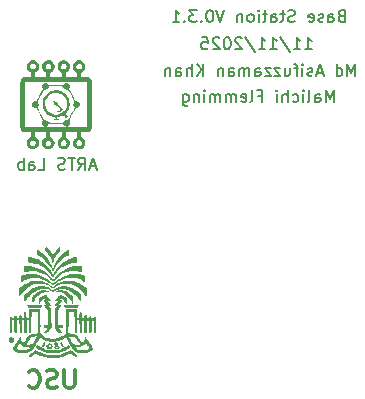
<source format=gbr>
%TF.GenerationSoftware,KiCad,Pcbnew,9.0.5*%
%TF.CreationDate,2025-11-11T16:31:38-05:00*%
%TF.ProjectId,Base_station_PCB_V0.3.1,42617365-5f73-4746-9174-696f6e5f5043,rev?*%
%TF.SameCoordinates,Original*%
%TF.FileFunction,Legend,Bot*%
%TF.FilePolarity,Positive*%
%FSLAX46Y46*%
G04 Gerber Fmt 4.6, Leading zero omitted, Abs format (unit mm)*
G04 Created by KiCad (PCBNEW 9.0.5) date 2025-11-11 16:31:38*
%MOMM*%
%LPD*%
G01*
G04 APERTURE LIST*
%ADD10C,0.150000*%
%ADD11C,0.300000*%
%ADD12C,0.000000*%
G04 APERTURE END LIST*
D10*
X139830951Y-81714819D02*
X139830951Y-80714819D01*
X139830951Y-80714819D02*
X139497618Y-81429104D01*
X139497618Y-81429104D02*
X139164285Y-80714819D01*
X139164285Y-80714819D02*
X139164285Y-81714819D01*
X138259523Y-81714819D02*
X138259523Y-81191009D01*
X138259523Y-81191009D02*
X138307142Y-81095771D01*
X138307142Y-81095771D02*
X138402380Y-81048152D01*
X138402380Y-81048152D02*
X138592856Y-81048152D01*
X138592856Y-81048152D02*
X138688094Y-81095771D01*
X138259523Y-81667200D02*
X138354761Y-81714819D01*
X138354761Y-81714819D02*
X138592856Y-81714819D01*
X138592856Y-81714819D02*
X138688094Y-81667200D01*
X138688094Y-81667200D02*
X138735713Y-81571961D01*
X138735713Y-81571961D02*
X138735713Y-81476723D01*
X138735713Y-81476723D02*
X138688094Y-81381485D01*
X138688094Y-81381485D02*
X138592856Y-81333866D01*
X138592856Y-81333866D02*
X138354761Y-81333866D01*
X138354761Y-81333866D02*
X138259523Y-81286247D01*
X137640475Y-81714819D02*
X137735713Y-81667200D01*
X137735713Y-81667200D02*
X137783332Y-81571961D01*
X137783332Y-81571961D02*
X137783332Y-80714819D01*
X137259522Y-81714819D02*
X137259522Y-81048152D01*
X137259522Y-80714819D02*
X137307141Y-80762438D01*
X137307141Y-80762438D02*
X137259522Y-80810057D01*
X137259522Y-80810057D02*
X137211903Y-80762438D01*
X137211903Y-80762438D02*
X137259522Y-80714819D01*
X137259522Y-80714819D02*
X137259522Y-80810057D01*
X136354761Y-81667200D02*
X136449999Y-81714819D01*
X136449999Y-81714819D02*
X136640475Y-81714819D01*
X136640475Y-81714819D02*
X136735713Y-81667200D01*
X136735713Y-81667200D02*
X136783332Y-81619580D01*
X136783332Y-81619580D02*
X136830951Y-81524342D01*
X136830951Y-81524342D02*
X136830951Y-81238628D01*
X136830951Y-81238628D02*
X136783332Y-81143390D01*
X136783332Y-81143390D02*
X136735713Y-81095771D01*
X136735713Y-81095771D02*
X136640475Y-81048152D01*
X136640475Y-81048152D02*
X136449999Y-81048152D01*
X136449999Y-81048152D02*
X136354761Y-81095771D01*
X135926189Y-81714819D02*
X135926189Y-80714819D01*
X135497618Y-81714819D02*
X135497618Y-81191009D01*
X135497618Y-81191009D02*
X135545237Y-81095771D01*
X135545237Y-81095771D02*
X135640475Y-81048152D01*
X135640475Y-81048152D02*
X135783332Y-81048152D01*
X135783332Y-81048152D02*
X135878570Y-81095771D01*
X135878570Y-81095771D02*
X135926189Y-81143390D01*
X135021427Y-81714819D02*
X135021427Y-81048152D01*
X135021427Y-80714819D02*
X135069046Y-80762438D01*
X135069046Y-80762438D02*
X135021427Y-80810057D01*
X135021427Y-80810057D02*
X134973808Y-80762438D01*
X134973808Y-80762438D02*
X135021427Y-80714819D01*
X135021427Y-80714819D02*
X135021427Y-80810057D01*
X133449999Y-81191009D02*
X133783332Y-81191009D01*
X133783332Y-81714819D02*
X133783332Y-80714819D01*
X133783332Y-80714819D02*
X133307142Y-80714819D01*
X132783332Y-81714819D02*
X132878570Y-81667200D01*
X132878570Y-81667200D02*
X132926189Y-81571961D01*
X132926189Y-81571961D02*
X132926189Y-80714819D01*
X132021427Y-81667200D02*
X132116665Y-81714819D01*
X132116665Y-81714819D02*
X132307141Y-81714819D01*
X132307141Y-81714819D02*
X132402379Y-81667200D01*
X132402379Y-81667200D02*
X132449998Y-81571961D01*
X132449998Y-81571961D02*
X132449998Y-81191009D01*
X132449998Y-81191009D02*
X132402379Y-81095771D01*
X132402379Y-81095771D02*
X132307141Y-81048152D01*
X132307141Y-81048152D02*
X132116665Y-81048152D01*
X132116665Y-81048152D02*
X132021427Y-81095771D01*
X132021427Y-81095771D02*
X131973808Y-81191009D01*
X131973808Y-81191009D02*
X131973808Y-81286247D01*
X131973808Y-81286247D02*
X132449998Y-81381485D01*
X131545236Y-81714819D02*
X131545236Y-81048152D01*
X131545236Y-81143390D02*
X131497617Y-81095771D01*
X131497617Y-81095771D02*
X131402379Y-81048152D01*
X131402379Y-81048152D02*
X131259522Y-81048152D01*
X131259522Y-81048152D02*
X131164284Y-81095771D01*
X131164284Y-81095771D02*
X131116665Y-81191009D01*
X131116665Y-81191009D02*
X131116665Y-81714819D01*
X131116665Y-81191009D02*
X131069046Y-81095771D01*
X131069046Y-81095771D02*
X130973808Y-81048152D01*
X130973808Y-81048152D02*
X130830951Y-81048152D01*
X130830951Y-81048152D02*
X130735712Y-81095771D01*
X130735712Y-81095771D02*
X130688093Y-81191009D01*
X130688093Y-81191009D02*
X130688093Y-81714819D01*
X130211903Y-81714819D02*
X130211903Y-81048152D01*
X130211903Y-81143390D02*
X130164284Y-81095771D01*
X130164284Y-81095771D02*
X130069046Y-81048152D01*
X130069046Y-81048152D02*
X129926189Y-81048152D01*
X129926189Y-81048152D02*
X129830951Y-81095771D01*
X129830951Y-81095771D02*
X129783332Y-81191009D01*
X129783332Y-81191009D02*
X129783332Y-81714819D01*
X129783332Y-81191009D02*
X129735713Y-81095771D01*
X129735713Y-81095771D02*
X129640475Y-81048152D01*
X129640475Y-81048152D02*
X129497618Y-81048152D01*
X129497618Y-81048152D02*
X129402379Y-81095771D01*
X129402379Y-81095771D02*
X129354760Y-81191009D01*
X129354760Y-81191009D02*
X129354760Y-81714819D01*
X128878570Y-81714819D02*
X128878570Y-81048152D01*
X128878570Y-80714819D02*
X128926189Y-80762438D01*
X128926189Y-80762438D02*
X128878570Y-80810057D01*
X128878570Y-80810057D02*
X128830951Y-80762438D01*
X128830951Y-80762438D02*
X128878570Y-80714819D01*
X128878570Y-80714819D02*
X128878570Y-80810057D01*
X128402380Y-81048152D02*
X128402380Y-81714819D01*
X128402380Y-81143390D02*
X128354761Y-81095771D01*
X128354761Y-81095771D02*
X128259523Y-81048152D01*
X128259523Y-81048152D02*
X128116666Y-81048152D01*
X128116666Y-81048152D02*
X128021428Y-81095771D01*
X128021428Y-81095771D02*
X127973809Y-81191009D01*
X127973809Y-81191009D02*
X127973809Y-81714819D01*
X127069047Y-81048152D02*
X127069047Y-81857676D01*
X127069047Y-81857676D02*
X127116666Y-81952914D01*
X127116666Y-81952914D02*
X127164285Y-82000533D01*
X127164285Y-82000533D02*
X127259523Y-82048152D01*
X127259523Y-82048152D02*
X127402380Y-82048152D01*
X127402380Y-82048152D02*
X127497618Y-82000533D01*
X127069047Y-81667200D02*
X127164285Y-81714819D01*
X127164285Y-81714819D02*
X127354761Y-81714819D01*
X127354761Y-81714819D02*
X127449999Y-81667200D01*
X127449999Y-81667200D02*
X127497618Y-81619580D01*
X127497618Y-81619580D02*
X127545237Y-81524342D01*
X127545237Y-81524342D02*
X127545237Y-81238628D01*
X127545237Y-81238628D02*
X127497618Y-81143390D01*
X127497618Y-81143390D02*
X127449999Y-81095771D01*
X127449999Y-81095771D02*
X127354761Y-81048152D01*
X127354761Y-81048152D02*
X127164285Y-81048152D01*
X127164285Y-81048152D02*
X127069047Y-81095771D01*
X141657619Y-79514819D02*
X141657619Y-78514819D01*
X141657619Y-78514819D02*
X141324286Y-79229104D01*
X141324286Y-79229104D02*
X140990953Y-78514819D01*
X140990953Y-78514819D02*
X140990953Y-79514819D01*
X140086191Y-79514819D02*
X140086191Y-78514819D01*
X140086191Y-79467200D02*
X140181429Y-79514819D01*
X140181429Y-79514819D02*
X140371905Y-79514819D01*
X140371905Y-79514819D02*
X140467143Y-79467200D01*
X140467143Y-79467200D02*
X140514762Y-79419580D01*
X140514762Y-79419580D02*
X140562381Y-79324342D01*
X140562381Y-79324342D02*
X140562381Y-79038628D01*
X140562381Y-79038628D02*
X140514762Y-78943390D01*
X140514762Y-78943390D02*
X140467143Y-78895771D01*
X140467143Y-78895771D02*
X140371905Y-78848152D01*
X140371905Y-78848152D02*
X140181429Y-78848152D01*
X140181429Y-78848152D02*
X140086191Y-78895771D01*
X138895714Y-79229104D02*
X138419524Y-79229104D01*
X138990952Y-79514819D02*
X138657619Y-78514819D01*
X138657619Y-78514819D02*
X138324286Y-79514819D01*
X138038571Y-79467200D02*
X137943333Y-79514819D01*
X137943333Y-79514819D02*
X137752857Y-79514819D01*
X137752857Y-79514819D02*
X137657619Y-79467200D01*
X137657619Y-79467200D02*
X137610000Y-79371961D01*
X137610000Y-79371961D02*
X137610000Y-79324342D01*
X137610000Y-79324342D02*
X137657619Y-79229104D01*
X137657619Y-79229104D02*
X137752857Y-79181485D01*
X137752857Y-79181485D02*
X137895714Y-79181485D01*
X137895714Y-79181485D02*
X137990952Y-79133866D01*
X137990952Y-79133866D02*
X138038571Y-79038628D01*
X138038571Y-79038628D02*
X138038571Y-78991009D01*
X138038571Y-78991009D02*
X137990952Y-78895771D01*
X137990952Y-78895771D02*
X137895714Y-78848152D01*
X137895714Y-78848152D02*
X137752857Y-78848152D01*
X137752857Y-78848152D02*
X137657619Y-78895771D01*
X137181428Y-79514819D02*
X137181428Y-78848152D01*
X137181428Y-78514819D02*
X137229047Y-78562438D01*
X137229047Y-78562438D02*
X137181428Y-78610057D01*
X137181428Y-78610057D02*
X137133809Y-78562438D01*
X137133809Y-78562438D02*
X137181428Y-78514819D01*
X137181428Y-78514819D02*
X137181428Y-78610057D01*
X136848095Y-78848152D02*
X136467143Y-78848152D01*
X136705238Y-79514819D02*
X136705238Y-78657676D01*
X136705238Y-78657676D02*
X136657619Y-78562438D01*
X136657619Y-78562438D02*
X136562381Y-78514819D01*
X136562381Y-78514819D02*
X136467143Y-78514819D01*
X135705238Y-78848152D02*
X135705238Y-79514819D01*
X136133809Y-78848152D02*
X136133809Y-79371961D01*
X136133809Y-79371961D02*
X136086190Y-79467200D01*
X136086190Y-79467200D02*
X135990952Y-79514819D01*
X135990952Y-79514819D02*
X135848095Y-79514819D01*
X135848095Y-79514819D02*
X135752857Y-79467200D01*
X135752857Y-79467200D02*
X135705238Y-79419580D01*
X135324285Y-78848152D02*
X134800476Y-78848152D01*
X134800476Y-78848152D02*
X135324285Y-79514819D01*
X135324285Y-79514819D02*
X134800476Y-79514819D01*
X134514761Y-78848152D02*
X133990952Y-78848152D01*
X133990952Y-78848152D02*
X134514761Y-79514819D01*
X134514761Y-79514819D02*
X133990952Y-79514819D01*
X133181428Y-79514819D02*
X133181428Y-78991009D01*
X133181428Y-78991009D02*
X133229047Y-78895771D01*
X133229047Y-78895771D02*
X133324285Y-78848152D01*
X133324285Y-78848152D02*
X133514761Y-78848152D01*
X133514761Y-78848152D02*
X133609999Y-78895771D01*
X133181428Y-79467200D02*
X133276666Y-79514819D01*
X133276666Y-79514819D02*
X133514761Y-79514819D01*
X133514761Y-79514819D02*
X133609999Y-79467200D01*
X133609999Y-79467200D02*
X133657618Y-79371961D01*
X133657618Y-79371961D02*
X133657618Y-79276723D01*
X133657618Y-79276723D02*
X133609999Y-79181485D01*
X133609999Y-79181485D02*
X133514761Y-79133866D01*
X133514761Y-79133866D02*
X133276666Y-79133866D01*
X133276666Y-79133866D02*
X133181428Y-79086247D01*
X132705237Y-79514819D02*
X132705237Y-78848152D01*
X132705237Y-78943390D02*
X132657618Y-78895771D01*
X132657618Y-78895771D02*
X132562380Y-78848152D01*
X132562380Y-78848152D02*
X132419523Y-78848152D01*
X132419523Y-78848152D02*
X132324285Y-78895771D01*
X132324285Y-78895771D02*
X132276666Y-78991009D01*
X132276666Y-78991009D02*
X132276666Y-79514819D01*
X132276666Y-78991009D02*
X132229047Y-78895771D01*
X132229047Y-78895771D02*
X132133809Y-78848152D01*
X132133809Y-78848152D02*
X131990952Y-78848152D01*
X131990952Y-78848152D02*
X131895713Y-78895771D01*
X131895713Y-78895771D02*
X131848094Y-78991009D01*
X131848094Y-78991009D02*
X131848094Y-79514819D01*
X130943333Y-79514819D02*
X130943333Y-78991009D01*
X130943333Y-78991009D02*
X130990952Y-78895771D01*
X130990952Y-78895771D02*
X131086190Y-78848152D01*
X131086190Y-78848152D02*
X131276666Y-78848152D01*
X131276666Y-78848152D02*
X131371904Y-78895771D01*
X130943333Y-79467200D02*
X131038571Y-79514819D01*
X131038571Y-79514819D02*
X131276666Y-79514819D01*
X131276666Y-79514819D02*
X131371904Y-79467200D01*
X131371904Y-79467200D02*
X131419523Y-79371961D01*
X131419523Y-79371961D02*
X131419523Y-79276723D01*
X131419523Y-79276723D02*
X131371904Y-79181485D01*
X131371904Y-79181485D02*
X131276666Y-79133866D01*
X131276666Y-79133866D02*
X131038571Y-79133866D01*
X131038571Y-79133866D02*
X130943333Y-79086247D01*
X130467142Y-78848152D02*
X130467142Y-79514819D01*
X130467142Y-78943390D02*
X130419523Y-78895771D01*
X130419523Y-78895771D02*
X130324285Y-78848152D01*
X130324285Y-78848152D02*
X130181428Y-78848152D01*
X130181428Y-78848152D02*
X130086190Y-78895771D01*
X130086190Y-78895771D02*
X130038571Y-78991009D01*
X130038571Y-78991009D02*
X130038571Y-79514819D01*
X128800475Y-79514819D02*
X128800475Y-78514819D01*
X128229047Y-79514819D02*
X128657618Y-78943390D01*
X128229047Y-78514819D02*
X128800475Y-79086247D01*
X127800475Y-79514819D02*
X127800475Y-78514819D01*
X127371904Y-79514819D02*
X127371904Y-78991009D01*
X127371904Y-78991009D02*
X127419523Y-78895771D01*
X127419523Y-78895771D02*
X127514761Y-78848152D01*
X127514761Y-78848152D02*
X127657618Y-78848152D01*
X127657618Y-78848152D02*
X127752856Y-78895771D01*
X127752856Y-78895771D02*
X127800475Y-78943390D01*
X126467142Y-79514819D02*
X126467142Y-78991009D01*
X126467142Y-78991009D02*
X126514761Y-78895771D01*
X126514761Y-78895771D02*
X126609999Y-78848152D01*
X126609999Y-78848152D02*
X126800475Y-78848152D01*
X126800475Y-78848152D02*
X126895713Y-78895771D01*
X126467142Y-79467200D02*
X126562380Y-79514819D01*
X126562380Y-79514819D02*
X126800475Y-79514819D01*
X126800475Y-79514819D02*
X126895713Y-79467200D01*
X126895713Y-79467200D02*
X126943332Y-79371961D01*
X126943332Y-79371961D02*
X126943332Y-79276723D01*
X126943332Y-79276723D02*
X126895713Y-79181485D01*
X126895713Y-79181485D02*
X126800475Y-79133866D01*
X126800475Y-79133866D02*
X126562380Y-79133866D01*
X126562380Y-79133866D02*
X126467142Y-79086247D01*
X125990951Y-78848152D02*
X125990951Y-79514819D01*
X125990951Y-78943390D02*
X125943332Y-78895771D01*
X125943332Y-78895771D02*
X125848094Y-78848152D01*
X125848094Y-78848152D02*
X125705237Y-78848152D01*
X125705237Y-78848152D02*
X125609999Y-78895771D01*
X125609999Y-78895771D02*
X125562380Y-78991009D01*
X125562380Y-78991009D02*
X125562380Y-79514819D01*
X137385238Y-77234819D02*
X137956666Y-77234819D01*
X137670952Y-77234819D02*
X137670952Y-76234819D01*
X137670952Y-76234819D02*
X137766190Y-76377676D01*
X137766190Y-76377676D02*
X137861428Y-76472914D01*
X137861428Y-76472914D02*
X137956666Y-76520533D01*
X136432857Y-77234819D02*
X137004285Y-77234819D01*
X136718571Y-77234819D02*
X136718571Y-76234819D01*
X136718571Y-76234819D02*
X136813809Y-76377676D01*
X136813809Y-76377676D02*
X136909047Y-76472914D01*
X136909047Y-76472914D02*
X137004285Y-76520533D01*
X135290000Y-76187200D02*
X136147142Y-77472914D01*
X134432857Y-77234819D02*
X135004285Y-77234819D01*
X134718571Y-77234819D02*
X134718571Y-76234819D01*
X134718571Y-76234819D02*
X134813809Y-76377676D01*
X134813809Y-76377676D02*
X134909047Y-76472914D01*
X134909047Y-76472914D02*
X135004285Y-76520533D01*
X133480476Y-77234819D02*
X134051904Y-77234819D01*
X133766190Y-77234819D02*
X133766190Y-76234819D01*
X133766190Y-76234819D02*
X133861428Y-76377676D01*
X133861428Y-76377676D02*
X133956666Y-76472914D01*
X133956666Y-76472914D02*
X134051904Y-76520533D01*
X132337619Y-76187200D02*
X133194761Y-77472914D01*
X132051904Y-76330057D02*
X132004285Y-76282438D01*
X132004285Y-76282438D02*
X131909047Y-76234819D01*
X131909047Y-76234819D02*
X131670952Y-76234819D01*
X131670952Y-76234819D02*
X131575714Y-76282438D01*
X131575714Y-76282438D02*
X131528095Y-76330057D01*
X131528095Y-76330057D02*
X131480476Y-76425295D01*
X131480476Y-76425295D02*
X131480476Y-76520533D01*
X131480476Y-76520533D02*
X131528095Y-76663390D01*
X131528095Y-76663390D02*
X132099523Y-77234819D01*
X132099523Y-77234819D02*
X131480476Y-77234819D01*
X130861428Y-76234819D02*
X130766190Y-76234819D01*
X130766190Y-76234819D02*
X130670952Y-76282438D01*
X130670952Y-76282438D02*
X130623333Y-76330057D01*
X130623333Y-76330057D02*
X130575714Y-76425295D01*
X130575714Y-76425295D02*
X130528095Y-76615771D01*
X130528095Y-76615771D02*
X130528095Y-76853866D01*
X130528095Y-76853866D02*
X130575714Y-77044342D01*
X130575714Y-77044342D02*
X130623333Y-77139580D01*
X130623333Y-77139580D02*
X130670952Y-77187200D01*
X130670952Y-77187200D02*
X130766190Y-77234819D01*
X130766190Y-77234819D02*
X130861428Y-77234819D01*
X130861428Y-77234819D02*
X130956666Y-77187200D01*
X130956666Y-77187200D02*
X131004285Y-77139580D01*
X131004285Y-77139580D02*
X131051904Y-77044342D01*
X131051904Y-77044342D02*
X131099523Y-76853866D01*
X131099523Y-76853866D02*
X131099523Y-76615771D01*
X131099523Y-76615771D02*
X131051904Y-76425295D01*
X131051904Y-76425295D02*
X131004285Y-76330057D01*
X131004285Y-76330057D02*
X130956666Y-76282438D01*
X130956666Y-76282438D02*
X130861428Y-76234819D01*
X130147142Y-76330057D02*
X130099523Y-76282438D01*
X130099523Y-76282438D02*
X130004285Y-76234819D01*
X130004285Y-76234819D02*
X129766190Y-76234819D01*
X129766190Y-76234819D02*
X129670952Y-76282438D01*
X129670952Y-76282438D02*
X129623333Y-76330057D01*
X129623333Y-76330057D02*
X129575714Y-76425295D01*
X129575714Y-76425295D02*
X129575714Y-76520533D01*
X129575714Y-76520533D02*
X129623333Y-76663390D01*
X129623333Y-76663390D02*
X130194761Y-77234819D01*
X130194761Y-77234819D02*
X129575714Y-77234819D01*
X128670952Y-76234819D02*
X129147142Y-76234819D01*
X129147142Y-76234819D02*
X129194761Y-76711009D01*
X129194761Y-76711009D02*
X129147142Y-76663390D01*
X129147142Y-76663390D02*
X129051904Y-76615771D01*
X129051904Y-76615771D02*
X128813809Y-76615771D01*
X128813809Y-76615771D02*
X128718571Y-76663390D01*
X128718571Y-76663390D02*
X128670952Y-76711009D01*
X128670952Y-76711009D02*
X128623333Y-76806247D01*
X128623333Y-76806247D02*
X128623333Y-77044342D01*
X128623333Y-77044342D02*
X128670952Y-77139580D01*
X128670952Y-77139580D02*
X128718571Y-77187200D01*
X128718571Y-77187200D02*
X128813809Y-77234819D01*
X128813809Y-77234819D02*
X129051904Y-77234819D01*
X129051904Y-77234819D02*
X129147142Y-77187200D01*
X129147142Y-77187200D02*
X129194761Y-77139580D01*
X140482381Y-74411009D02*
X140339524Y-74458628D01*
X140339524Y-74458628D02*
X140291905Y-74506247D01*
X140291905Y-74506247D02*
X140244286Y-74601485D01*
X140244286Y-74601485D02*
X140244286Y-74744342D01*
X140244286Y-74744342D02*
X140291905Y-74839580D01*
X140291905Y-74839580D02*
X140339524Y-74887200D01*
X140339524Y-74887200D02*
X140434762Y-74934819D01*
X140434762Y-74934819D02*
X140815714Y-74934819D01*
X140815714Y-74934819D02*
X140815714Y-73934819D01*
X140815714Y-73934819D02*
X140482381Y-73934819D01*
X140482381Y-73934819D02*
X140387143Y-73982438D01*
X140387143Y-73982438D02*
X140339524Y-74030057D01*
X140339524Y-74030057D02*
X140291905Y-74125295D01*
X140291905Y-74125295D02*
X140291905Y-74220533D01*
X140291905Y-74220533D02*
X140339524Y-74315771D01*
X140339524Y-74315771D02*
X140387143Y-74363390D01*
X140387143Y-74363390D02*
X140482381Y-74411009D01*
X140482381Y-74411009D02*
X140815714Y-74411009D01*
X139387143Y-74934819D02*
X139387143Y-74411009D01*
X139387143Y-74411009D02*
X139434762Y-74315771D01*
X139434762Y-74315771D02*
X139530000Y-74268152D01*
X139530000Y-74268152D02*
X139720476Y-74268152D01*
X139720476Y-74268152D02*
X139815714Y-74315771D01*
X139387143Y-74887200D02*
X139482381Y-74934819D01*
X139482381Y-74934819D02*
X139720476Y-74934819D01*
X139720476Y-74934819D02*
X139815714Y-74887200D01*
X139815714Y-74887200D02*
X139863333Y-74791961D01*
X139863333Y-74791961D02*
X139863333Y-74696723D01*
X139863333Y-74696723D02*
X139815714Y-74601485D01*
X139815714Y-74601485D02*
X139720476Y-74553866D01*
X139720476Y-74553866D02*
X139482381Y-74553866D01*
X139482381Y-74553866D02*
X139387143Y-74506247D01*
X138958571Y-74887200D02*
X138863333Y-74934819D01*
X138863333Y-74934819D02*
X138672857Y-74934819D01*
X138672857Y-74934819D02*
X138577619Y-74887200D01*
X138577619Y-74887200D02*
X138530000Y-74791961D01*
X138530000Y-74791961D02*
X138530000Y-74744342D01*
X138530000Y-74744342D02*
X138577619Y-74649104D01*
X138577619Y-74649104D02*
X138672857Y-74601485D01*
X138672857Y-74601485D02*
X138815714Y-74601485D01*
X138815714Y-74601485D02*
X138910952Y-74553866D01*
X138910952Y-74553866D02*
X138958571Y-74458628D01*
X138958571Y-74458628D02*
X138958571Y-74411009D01*
X138958571Y-74411009D02*
X138910952Y-74315771D01*
X138910952Y-74315771D02*
X138815714Y-74268152D01*
X138815714Y-74268152D02*
X138672857Y-74268152D01*
X138672857Y-74268152D02*
X138577619Y-74315771D01*
X137720476Y-74887200D02*
X137815714Y-74934819D01*
X137815714Y-74934819D02*
X138006190Y-74934819D01*
X138006190Y-74934819D02*
X138101428Y-74887200D01*
X138101428Y-74887200D02*
X138149047Y-74791961D01*
X138149047Y-74791961D02*
X138149047Y-74411009D01*
X138149047Y-74411009D02*
X138101428Y-74315771D01*
X138101428Y-74315771D02*
X138006190Y-74268152D01*
X138006190Y-74268152D02*
X137815714Y-74268152D01*
X137815714Y-74268152D02*
X137720476Y-74315771D01*
X137720476Y-74315771D02*
X137672857Y-74411009D01*
X137672857Y-74411009D02*
X137672857Y-74506247D01*
X137672857Y-74506247D02*
X138149047Y-74601485D01*
X136529999Y-74887200D02*
X136387142Y-74934819D01*
X136387142Y-74934819D02*
X136149047Y-74934819D01*
X136149047Y-74934819D02*
X136053809Y-74887200D01*
X136053809Y-74887200D02*
X136006190Y-74839580D01*
X136006190Y-74839580D02*
X135958571Y-74744342D01*
X135958571Y-74744342D02*
X135958571Y-74649104D01*
X135958571Y-74649104D02*
X136006190Y-74553866D01*
X136006190Y-74553866D02*
X136053809Y-74506247D01*
X136053809Y-74506247D02*
X136149047Y-74458628D01*
X136149047Y-74458628D02*
X136339523Y-74411009D01*
X136339523Y-74411009D02*
X136434761Y-74363390D01*
X136434761Y-74363390D02*
X136482380Y-74315771D01*
X136482380Y-74315771D02*
X136529999Y-74220533D01*
X136529999Y-74220533D02*
X136529999Y-74125295D01*
X136529999Y-74125295D02*
X136482380Y-74030057D01*
X136482380Y-74030057D02*
X136434761Y-73982438D01*
X136434761Y-73982438D02*
X136339523Y-73934819D01*
X136339523Y-73934819D02*
X136101428Y-73934819D01*
X136101428Y-73934819D02*
X135958571Y-73982438D01*
X135672856Y-74268152D02*
X135291904Y-74268152D01*
X135529999Y-73934819D02*
X135529999Y-74791961D01*
X135529999Y-74791961D02*
X135482380Y-74887200D01*
X135482380Y-74887200D02*
X135387142Y-74934819D01*
X135387142Y-74934819D02*
X135291904Y-74934819D01*
X134529999Y-74934819D02*
X134529999Y-74411009D01*
X134529999Y-74411009D02*
X134577618Y-74315771D01*
X134577618Y-74315771D02*
X134672856Y-74268152D01*
X134672856Y-74268152D02*
X134863332Y-74268152D01*
X134863332Y-74268152D02*
X134958570Y-74315771D01*
X134529999Y-74887200D02*
X134625237Y-74934819D01*
X134625237Y-74934819D02*
X134863332Y-74934819D01*
X134863332Y-74934819D02*
X134958570Y-74887200D01*
X134958570Y-74887200D02*
X135006189Y-74791961D01*
X135006189Y-74791961D02*
X135006189Y-74696723D01*
X135006189Y-74696723D02*
X134958570Y-74601485D01*
X134958570Y-74601485D02*
X134863332Y-74553866D01*
X134863332Y-74553866D02*
X134625237Y-74553866D01*
X134625237Y-74553866D02*
X134529999Y-74506247D01*
X134196665Y-74268152D02*
X133815713Y-74268152D01*
X134053808Y-73934819D02*
X134053808Y-74791961D01*
X134053808Y-74791961D02*
X134006189Y-74887200D01*
X134006189Y-74887200D02*
X133910951Y-74934819D01*
X133910951Y-74934819D02*
X133815713Y-74934819D01*
X133482379Y-74934819D02*
X133482379Y-74268152D01*
X133482379Y-73934819D02*
X133529998Y-73982438D01*
X133529998Y-73982438D02*
X133482379Y-74030057D01*
X133482379Y-74030057D02*
X133434760Y-73982438D01*
X133434760Y-73982438D02*
X133482379Y-73934819D01*
X133482379Y-73934819D02*
X133482379Y-74030057D01*
X132863332Y-74934819D02*
X132958570Y-74887200D01*
X132958570Y-74887200D02*
X133006189Y-74839580D01*
X133006189Y-74839580D02*
X133053808Y-74744342D01*
X133053808Y-74744342D02*
X133053808Y-74458628D01*
X133053808Y-74458628D02*
X133006189Y-74363390D01*
X133006189Y-74363390D02*
X132958570Y-74315771D01*
X132958570Y-74315771D02*
X132863332Y-74268152D01*
X132863332Y-74268152D02*
X132720475Y-74268152D01*
X132720475Y-74268152D02*
X132625237Y-74315771D01*
X132625237Y-74315771D02*
X132577618Y-74363390D01*
X132577618Y-74363390D02*
X132529999Y-74458628D01*
X132529999Y-74458628D02*
X132529999Y-74744342D01*
X132529999Y-74744342D02*
X132577618Y-74839580D01*
X132577618Y-74839580D02*
X132625237Y-74887200D01*
X132625237Y-74887200D02*
X132720475Y-74934819D01*
X132720475Y-74934819D02*
X132863332Y-74934819D01*
X132101427Y-74268152D02*
X132101427Y-74934819D01*
X132101427Y-74363390D02*
X132053808Y-74315771D01*
X132053808Y-74315771D02*
X131958570Y-74268152D01*
X131958570Y-74268152D02*
X131815713Y-74268152D01*
X131815713Y-74268152D02*
X131720475Y-74315771D01*
X131720475Y-74315771D02*
X131672856Y-74411009D01*
X131672856Y-74411009D02*
X131672856Y-74934819D01*
X130577617Y-73934819D02*
X130244284Y-74934819D01*
X130244284Y-74934819D02*
X129910951Y-73934819D01*
X129387141Y-73934819D02*
X129291903Y-73934819D01*
X129291903Y-73934819D02*
X129196665Y-73982438D01*
X129196665Y-73982438D02*
X129149046Y-74030057D01*
X129149046Y-74030057D02*
X129101427Y-74125295D01*
X129101427Y-74125295D02*
X129053808Y-74315771D01*
X129053808Y-74315771D02*
X129053808Y-74553866D01*
X129053808Y-74553866D02*
X129101427Y-74744342D01*
X129101427Y-74744342D02*
X129149046Y-74839580D01*
X129149046Y-74839580D02*
X129196665Y-74887200D01*
X129196665Y-74887200D02*
X129291903Y-74934819D01*
X129291903Y-74934819D02*
X129387141Y-74934819D01*
X129387141Y-74934819D02*
X129482379Y-74887200D01*
X129482379Y-74887200D02*
X129529998Y-74839580D01*
X129529998Y-74839580D02*
X129577617Y-74744342D01*
X129577617Y-74744342D02*
X129625236Y-74553866D01*
X129625236Y-74553866D02*
X129625236Y-74315771D01*
X129625236Y-74315771D02*
X129577617Y-74125295D01*
X129577617Y-74125295D02*
X129529998Y-74030057D01*
X129529998Y-74030057D02*
X129482379Y-73982438D01*
X129482379Y-73982438D02*
X129387141Y-73934819D01*
X128625236Y-74839580D02*
X128577617Y-74887200D01*
X128577617Y-74887200D02*
X128625236Y-74934819D01*
X128625236Y-74934819D02*
X128672855Y-74887200D01*
X128672855Y-74887200D02*
X128625236Y-74839580D01*
X128625236Y-74839580D02*
X128625236Y-74934819D01*
X128244284Y-73934819D02*
X127625237Y-73934819D01*
X127625237Y-73934819D02*
X127958570Y-74315771D01*
X127958570Y-74315771D02*
X127815713Y-74315771D01*
X127815713Y-74315771D02*
X127720475Y-74363390D01*
X127720475Y-74363390D02*
X127672856Y-74411009D01*
X127672856Y-74411009D02*
X127625237Y-74506247D01*
X127625237Y-74506247D02*
X127625237Y-74744342D01*
X127625237Y-74744342D02*
X127672856Y-74839580D01*
X127672856Y-74839580D02*
X127720475Y-74887200D01*
X127720475Y-74887200D02*
X127815713Y-74934819D01*
X127815713Y-74934819D02*
X128101427Y-74934819D01*
X128101427Y-74934819D02*
X128196665Y-74887200D01*
X128196665Y-74887200D02*
X128244284Y-74839580D01*
X127196665Y-74839580D02*
X127149046Y-74887200D01*
X127149046Y-74887200D02*
X127196665Y-74934819D01*
X127196665Y-74934819D02*
X127244284Y-74887200D01*
X127244284Y-74887200D02*
X127196665Y-74839580D01*
X127196665Y-74839580D02*
X127196665Y-74934819D01*
X126196666Y-74934819D02*
X126768094Y-74934819D01*
X126482380Y-74934819D02*
X126482380Y-73934819D01*
X126482380Y-73934819D02*
X126577618Y-74077676D01*
X126577618Y-74077676D02*
X126672856Y-74172914D01*
X126672856Y-74172914D02*
X126768094Y-74220533D01*
D11*
X117897494Y-104401864D02*
X117897494Y-105616150D01*
X117897494Y-105616150D02*
X117826065Y-105759007D01*
X117826065Y-105759007D02*
X117754637Y-105830436D01*
X117754637Y-105830436D02*
X117611779Y-105901864D01*
X117611779Y-105901864D02*
X117326065Y-105901864D01*
X117326065Y-105901864D02*
X117183208Y-105830436D01*
X117183208Y-105830436D02*
X117111779Y-105759007D01*
X117111779Y-105759007D02*
X117040351Y-105616150D01*
X117040351Y-105616150D02*
X117040351Y-104401864D01*
X116397493Y-105830436D02*
X116183208Y-105901864D01*
X116183208Y-105901864D02*
X115826065Y-105901864D01*
X115826065Y-105901864D02*
X115683208Y-105830436D01*
X115683208Y-105830436D02*
X115611779Y-105759007D01*
X115611779Y-105759007D02*
X115540350Y-105616150D01*
X115540350Y-105616150D02*
X115540350Y-105473293D01*
X115540350Y-105473293D02*
X115611779Y-105330436D01*
X115611779Y-105330436D02*
X115683208Y-105259007D01*
X115683208Y-105259007D02*
X115826065Y-105187578D01*
X115826065Y-105187578D02*
X116111779Y-105116150D01*
X116111779Y-105116150D02*
X116254636Y-105044721D01*
X116254636Y-105044721D02*
X116326065Y-104973293D01*
X116326065Y-104973293D02*
X116397493Y-104830436D01*
X116397493Y-104830436D02*
X116397493Y-104687578D01*
X116397493Y-104687578D02*
X116326065Y-104544721D01*
X116326065Y-104544721D02*
X116254636Y-104473293D01*
X116254636Y-104473293D02*
X116111779Y-104401864D01*
X116111779Y-104401864D02*
X115754636Y-104401864D01*
X115754636Y-104401864D02*
X115540350Y-104473293D01*
X114040351Y-105759007D02*
X114111779Y-105830436D01*
X114111779Y-105830436D02*
X114326065Y-105901864D01*
X114326065Y-105901864D02*
X114468922Y-105901864D01*
X114468922Y-105901864D02*
X114683208Y-105830436D01*
X114683208Y-105830436D02*
X114826065Y-105687578D01*
X114826065Y-105687578D02*
X114897494Y-105544721D01*
X114897494Y-105544721D02*
X114968922Y-105259007D01*
X114968922Y-105259007D02*
X114968922Y-105044721D01*
X114968922Y-105044721D02*
X114897494Y-104759007D01*
X114897494Y-104759007D02*
X114826065Y-104616150D01*
X114826065Y-104616150D02*
X114683208Y-104473293D01*
X114683208Y-104473293D02*
X114468922Y-104401864D01*
X114468922Y-104401864D02*
X114326065Y-104401864D01*
X114326065Y-104401864D02*
X114111779Y-104473293D01*
X114111779Y-104473293D02*
X114040351Y-104544721D01*
D10*
X119685714Y-87159104D02*
X119209524Y-87159104D01*
X119780952Y-87444819D02*
X119447619Y-86444819D01*
X119447619Y-86444819D02*
X119114286Y-87444819D01*
X118209524Y-87444819D02*
X118542857Y-86968628D01*
X118780952Y-87444819D02*
X118780952Y-86444819D01*
X118780952Y-86444819D02*
X118400000Y-86444819D01*
X118400000Y-86444819D02*
X118304762Y-86492438D01*
X118304762Y-86492438D02*
X118257143Y-86540057D01*
X118257143Y-86540057D02*
X118209524Y-86635295D01*
X118209524Y-86635295D02*
X118209524Y-86778152D01*
X118209524Y-86778152D02*
X118257143Y-86873390D01*
X118257143Y-86873390D02*
X118304762Y-86921009D01*
X118304762Y-86921009D02*
X118400000Y-86968628D01*
X118400000Y-86968628D02*
X118780952Y-86968628D01*
X117923809Y-86444819D02*
X117352381Y-86444819D01*
X117638095Y-87444819D02*
X117638095Y-86444819D01*
X117066666Y-87397200D02*
X116923809Y-87444819D01*
X116923809Y-87444819D02*
X116685714Y-87444819D01*
X116685714Y-87444819D02*
X116590476Y-87397200D01*
X116590476Y-87397200D02*
X116542857Y-87349580D01*
X116542857Y-87349580D02*
X116495238Y-87254342D01*
X116495238Y-87254342D02*
X116495238Y-87159104D01*
X116495238Y-87159104D02*
X116542857Y-87063866D01*
X116542857Y-87063866D02*
X116590476Y-87016247D01*
X116590476Y-87016247D02*
X116685714Y-86968628D01*
X116685714Y-86968628D02*
X116876190Y-86921009D01*
X116876190Y-86921009D02*
X116971428Y-86873390D01*
X116971428Y-86873390D02*
X117019047Y-86825771D01*
X117019047Y-86825771D02*
X117066666Y-86730533D01*
X117066666Y-86730533D02*
X117066666Y-86635295D01*
X117066666Y-86635295D02*
X117019047Y-86540057D01*
X117019047Y-86540057D02*
X116971428Y-86492438D01*
X116971428Y-86492438D02*
X116876190Y-86444819D01*
X116876190Y-86444819D02*
X116638095Y-86444819D01*
X116638095Y-86444819D02*
X116495238Y-86492438D01*
X114828571Y-87444819D02*
X115304761Y-87444819D01*
X115304761Y-87444819D02*
X115304761Y-86444819D01*
X114066666Y-87444819D02*
X114066666Y-86921009D01*
X114066666Y-86921009D02*
X114114285Y-86825771D01*
X114114285Y-86825771D02*
X114209523Y-86778152D01*
X114209523Y-86778152D02*
X114399999Y-86778152D01*
X114399999Y-86778152D02*
X114495237Y-86825771D01*
X114066666Y-87397200D02*
X114161904Y-87444819D01*
X114161904Y-87444819D02*
X114399999Y-87444819D01*
X114399999Y-87444819D02*
X114495237Y-87397200D01*
X114495237Y-87397200D02*
X114542856Y-87301961D01*
X114542856Y-87301961D02*
X114542856Y-87206723D01*
X114542856Y-87206723D02*
X114495237Y-87111485D01*
X114495237Y-87111485D02*
X114399999Y-87063866D01*
X114399999Y-87063866D02*
X114161904Y-87063866D01*
X114161904Y-87063866D02*
X114066666Y-87016247D01*
X113590475Y-87444819D02*
X113590475Y-86444819D01*
X113590475Y-86825771D02*
X113495237Y-86778152D01*
X113495237Y-86778152D02*
X113304761Y-86778152D01*
X113304761Y-86778152D02*
X113209523Y-86825771D01*
X113209523Y-86825771D02*
X113161904Y-86873390D01*
X113161904Y-86873390D02*
X113114285Y-86968628D01*
X113114285Y-86968628D02*
X113114285Y-87254342D01*
X113114285Y-87254342D02*
X113161904Y-87349580D01*
X113161904Y-87349580D02*
X113209523Y-87397200D01*
X113209523Y-87397200D02*
X113304761Y-87444819D01*
X113304761Y-87444819D02*
X113495237Y-87444819D01*
X113495237Y-87444819D02*
X113590475Y-87397200D01*
D12*
%TO.C,USC*%
G36*
X115347247Y-102016310D02*
G01*
X115388426Y-102033970D01*
X115426725Y-102069809D01*
X115449360Y-102108629D01*
X115443548Y-102135233D01*
X115430158Y-102146950D01*
X115392262Y-102200317D01*
X115353609Y-102273998D01*
X115323556Y-102348836D01*
X115311459Y-102405674D01*
X115309730Y-102435937D01*
X115296175Y-102456556D01*
X115260503Y-102449651D01*
X115192628Y-102416105D01*
X115110932Y-102372543D01*
X115158137Y-102311929D01*
X115174764Y-102288190D01*
X115216904Y-102215734D01*
X115257009Y-102133721D01*
X115278438Y-102090503D01*
X115314508Y-102037020D01*
X115343365Y-102016129D01*
X115347247Y-102016310D01*
G37*
G36*
X117716863Y-98897106D02*
G01*
X117888432Y-98898969D01*
X118032441Y-98902415D01*
X118143402Y-98907241D01*
X118215830Y-98913242D01*
X118244238Y-98920217D01*
X118242679Y-98943406D01*
X118220573Y-98998256D01*
X118181685Y-99068755D01*
X118104678Y-99193907D01*
X117613799Y-99193907D01*
X117122919Y-99193907D01*
X117045912Y-99068755D01*
X117013469Y-99011202D01*
X116987628Y-98952196D01*
X116983359Y-98920217D01*
X116993040Y-98916310D01*
X117046100Y-98909840D01*
X117140193Y-98904454D01*
X117269831Y-98900354D01*
X117429528Y-98897745D01*
X117613799Y-98896831D01*
X117716863Y-98897106D01*
G37*
G36*
X116814389Y-102038008D02*
G01*
X116836254Y-102065642D01*
X116837051Y-102073052D01*
X116852277Y-102127766D01*
X116880556Y-102196859D01*
X116914442Y-102265086D01*
X116946490Y-102317202D01*
X116969254Y-102337961D01*
X116979687Y-102338859D01*
X116995183Y-102356140D01*
X116975833Y-102387577D01*
X116926810Y-102422827D01*
X116864178Y-102451586D01*
X116813635Y-102456825D01*
X116796840Y-102426240D01*
X116788608Y-102390101D01*
X116764921Y-102322218D01*
X116731194Y-102239371D01*
X116718851Y-102210347D01*
X116689938Y-102128470D01*
X116687975Y-102078195D01*
X116714757Y-102050618D01*
X116772083Y-102036836D01*
X116814389Y-102038008D01*
G37*
G36*
X116029014Y-102391866D02*
G01*
X116025249Y-102462878D01*
X116006315Y-102516173D01*
X115964164Y-102558971D01*
X115886945Y-102596716D01*
X115786404Y-102608436D01*
X115683661Y-102592450D01*
X115594574Y-102551386D01*
X115535000Y-102487870D01*
X115509286Y-102416155D01*
X115684559Y-102416155D01*
X115697831Y-102496853D01*
X115728749Y-102528427D01*
X115779615Y-102532871D01*
X115826321Y-102504928D01*
X115855968Y-102454963D01*
X115874066Y-102382044D01*
X115871103Y-102312136D01*
X115848161Y-102259635D01*
X115806322Y-102238936D01*
X115789675Y-102240739D01*
X115736559Y-102273648D01*
X115699495Y-102336937D01*
X115684559Y-102416155D01*
X115509286Y-102416155D01*
X115509099Y-102415633D01*
X115511951Y-102324536D01*
X115550856Y-102245855D01*
X115618116Y-102185851D01*
X115706031Y-102150784D01*
X115806902Y-102146913D01*
X115913030Y-102180499D01*
X115965705Y-102210234D01*
X116006767Y-102249407D01*
X116024806Y-102304366D01*
X116028542Y-102382044D01*
X116029014Y-102391866D01*
G37*
G36*
X114676146Y-98896726D02*
G01*
X114820670Y-98898639D01*
X114948534Y-98901995D01*
X115051531Y-98906807D01*
X115121454Y-98913091D01*
X115150094Y-98920860D01*
X115150442Y-98921462D01*
X115148621Y-98959492D01*
X115125460Y-99021099D01*
X115088354Y-99090167D01*
X115044696Y-99150583D01*
X115034250Y-99160580D01*
X115010628Y-99173221D01*
X114972414Y-99182219D01*
X114912627Y-99188162D01*
X114824282Y-99191636D01*
X114700397Y-99193229D01*
X114533987Y-99193528D01*
X114526642Y-99193519D01*
X114378327Y-99192403D01*
X114247024Y-99189686D01*
X114140859Y-99185671D01*
X114067955Y-99180661D01*
X114036438Y-99174960D01*
X114036225Y-99174804D01*
X113998805Y-99135918D01*
X113956319Y-99076354D01*
X113917628Y-99011058D01*
X113891592Y-98954972D01*
X113887072Y-98923041D01*
X113887470Y-98922538D01*
X113918793Y-98914749D01*
X113990910Y-98908304D01*
X114095615Y-98903216D01*
X114224698Y-98899501D01*
X114369953Y-98897171D01*
X114523172Y-98896241D01*
X114676146Y-98896726D01*
G37*
G36*
X116784369Y-97657676D02*
G01*
X116910197Y-97665486D01*
X117025551Y-97681425D01*
X117120985Y-97705867D01*
X117227805Y-97747623D01*
X117444239Y-97866017D01*
X117632366Y-98021545D01*
X117682613Y-98072108D01*
X117728668Y-98125026D01*
X117752339Y-98171267D01*
X117761079Y-98227353D01*
X117762337Y-98309811D01*
X117763444Y-98378522D01*
X117769207Y-98506124D01*
X117778241Y-98620879D01*
X117782253Y-98714626D01*
X117771289Y-98768262D01*
X117747891Y-98774687D01*
X117715290Y-98733194D01*
X117676715Y-98643078D01*
X117589881Y-98457163D01*
X117458240Y-98269536D01*
X117295552Y-98102184D01*
X117111331Y-97964803D01*
X116915090Y-97867084D01*
X116905814Y-97863651D01*
X116781665Y-97824236D01*
X116646550Y-97790813D01*
X116519440Y-97767535D01*
X116419305Y-97758555D01*
X116402611Y-97758123D01*
X116348353Y-97750743D01*
X116326469Y-97737257D01*
X116328831Y-97727500D01*
X116365298Y-97700263D01*
X116438534Y-97679289D01*
X116539090Y-97664950D01*
X116657518Y-97657622D01*
X116784369Y-97657676D01*
G37*
G36*
X115465378Y-97661318D02*
G01*
X115578507Y-97671098D01*
X115671271Y-97686416D01*
X115734013Y-97706803D01*
X115757073Y-97731788D01*
X115755854Y-97734097D01*
X115723700Y-97745768D01*
X115656735Y-97757983D01*
X115566877Y-97768445D01*
X115564118Y-97768699D01*
X115455332Y-97783652D01*
X115351945Y-97805927D01*
X115275990Y-97830801D01*
X115254252Y-97840351D01*
X115175665Y-97872415D01*
X115113409Y-97894515D01*
X115084437Y-97905013D01*
X114987170Y-97956575D01*
X114876659Y-98033056D01*
X114766282Y-98124605D01*
X114669418Y-98221374D01*
X114640232Y-98255639D01*
X114570609Y-98347794D01*
X114504388Y-98447757D01*
X114448503Y-98543950D01*
X114409888Y-98624799D01*
X114395475Y-98678727D01*
X114391743Y-98699035D01*
X114364530Y-98744652D01*
X114353792Y-98750024D01*
X114343272Y-98733990D01*
X114335792Y-98686465D01*
X114330514Y-98601444D01*
X114326598Y-98472920D01*
X114326581Y-98472194D01*
X114324033Y-98345290D01*
X114324452Y-98257239D01*
X114329564Y-98197447D01*
X114341094Y-98155321D01*
X114360767Y-98120269D01*
X114390309Y-98081696D01*
X114433978Y-98035297D01*
X114526714Y-97957031D01*
X114641355Y-97874539D01*
X114763956Y-97797034D01*
X114880569Y-97733733D01*
X114977249Y-97693851D01*
X115002399Y-97686982D01*
X115100396Y-97669909D01*
X115216664Y-97660254D01*
X115341545Y-97657547D01*
X115465378Y-97661318D01*
G37*
G36*
X116685678Y-93982347D02*
G01*
X116695602Y-94054144D01*
X116697814Y-94167867D01*
X116697814Y-94390171D01*
X116604978Y-94438018D01*
X116553745Y-94468551D01*
X116432452Y-94573192D01*
X116321331Y-94712195D01*
X116227034Y-94874827D01*
X116156209Y-95050352D01*
X116115509Y-95228038D01*
X116110554Y-95263271D01*
X116099182Y-95333337D01*
X116090213Y-95375242D01*
X116082813Y-95392631D01*
X116059723Y-95406928D01*
X116038623Y-95383435D01*
X116029393Y-95329572D01*
X116028828Y-95314808D01*
X116015417Y-95229962D01*
X115987967Y-95120636D01*
X115951555Y-95003526D01*
X115911259Y-94895322D01*
X115872158Y-94812718D01*
X115809130Y-94712303D01*
X115686316Y-94565340D01*
X115542653Y-94451583D01*
X115408493Y-94365762D01*
X115415678Y-94162126D01*
X115421441Y-94063293D01*
X115435412Y-93987370D01*
X115461801Y-93954207D01*
X115505506Y-93962557D01*
X115571426Y-94011172D01*
X115664458Y-94098807D01*
X115791853Y-94245502D01*
X115898199Y-94409756D01*
X115975647Y-94577717D01*
X116016765Y-94735949D01*
X116024363Y-94782547D01*
X116038186Y-94839366D01*
X116050614Y-94861548D01*
X116059585Y-94851166D01*
X116077930Y-94804457D01*
X116097749Y-94732897D01*
X116170339Y-94513867D01*
X116286853Y-94306369D01*
X116448134Y-94115855D01*
X116470269Y-94093885D01*
X116560338Y-94008245D01*
X116622976Y-93960424D01*
X116663113Y-93951449D01*
X116685678Y-93982347D01*
G37*
G36*
X116519583Y-102212061D02*
G01*
X116518458Y-102229900D01*
X116527837Y-102297119D01*
X116567843Y-102345947D01*
X116574208Y-102351363D01*
X116618096Y-102418680D01*
X116620801Y-102495849D01*
X116615957Y-102505896D01*
X116584693Y-102570736D01*
X116512142Y-102631207D01*
X116491529Y-102640602D01*
X116403423Y-102657446D01*
X116308720Y-102650693D01*
X116232952Y-102621255D01*
X116198062Y-102576560D01*
X116177986Y-102502329D01*
X116178632Y-102485045D01*
X116311686Y-102485045D01*
X116325367Y-102533952D01*
X116364172Y-102577031D01*
X116409107Y-102583470D01*
X116447622Y-102557242D01*
X116469025Y-102505896D01*
X116462629Y-102436987D01*
X116438067Y-102397485D01*
X116394918Y-102393446D01*
X116340711Y-102434927D01*
X116336645Y-102439507D01*
X116311686Y-102485045D01*
X116178632Y-102485045D01*
X116180887Y-102424727D01*
X116208877Y-102366127D01*
X116209241Y-102365758D01*
X116224967Y-102336113D01*
X116196498Y-102310433D01*
X116168228Y-102279063D01*
X116153175Y-102213520D01*
X116156062Y-102189423D01*
X116289335Y-102189423D01*
X116296112Y-102227663D01*
X116320267Y-102257499D01*
X116324203Y-102258538D01*
X116355472Y-102245015D01*
X116372118Y-102202767D01*
X116366239Y-102150230D01*
X116359007Y-102136018D01*
X116329938Y-102119947D01*
X116301895Y-102140205D01*
X116289335Y-102189423D01*
X116156062Y-102189423D01*
X116156718Y-102183947D01*
X116195254Y-102117852D01*
X116267952Y-102072550D01*
X116364501Y-102055739D01*
X116382478Y-102056162D01*
X116465493Y-102076221D01*
X116510610Y-102127599D01*
X116518596Y-102202767D01*
X116519583Y-102212061D01*
G37*
G36*
X112776228Y-101758746D02*
G01*
X112789930Y-101795661D01*
X112803939Y-101850333D01*
X112798487Y-101885744D01*
X112797349Y-101893132D01*
X112769325Y-101946871D01*
X112764852Y-101954238D01*
X112764798Y-101954327D01*
X112714669Y-102016775D01*
X112661176Y-102059032D01*
X112617869Y-102077566D01*
X112534001Y-102086774D01*
X112443315Y-102055120D01*
X112398168Y-102024479D01*
X112375036Y-101993397D01*
X112513993Y-101993397D01*
X112518167Y-102003836D01*
X112551128Y-102016129D01*
X112575350Y-102004015D01*
X112588263Y-101954238D01*
X112583912Y-101921957D01*
X112643155Y-101921957D01*
X112656995Y-101941860D01*
X112679708Y-101932481D01*
X112694832Y-101885744D01*
X112685593Y-101805700D01*
X112682206Y-101791807D01*
X112670907Y-101762110D01*
X112665123Y-101780944D01*
X112660746Y-101818090D01*
X112654855Y-101847108D01*
X112646928Y-101886158D01*
X112643155Y-101921957D01*
X112583912Y-101921957D01*
X112582779Y-101913549D01*
X112566155Y-101892347D01*
X112548644Y-101902146D01*
X112524656Y-101942630D01*
X112513993Y-101993397D01*
X112375036Y-101993397D01*
X112339603Y-101945788D01*
X112317157Y-101851063D01*
X112321455Y-101824267D01*
X112416708Y-101824267D01*
X112416803Y-101841095D01*
X112424227Y-101895262D01*
X112439724Y-101917103D01*
X112459338Y-101897448D01*
X112459479Y-101847108D01*
X112439724Y-101780944D01*
X112538750Y-101780944D01*
X112551128Y-101793322D01*
X112563506Y-101780944D01*
X112551128Y-101768565D01*
X112538750Y-101780944D01*
X112439724Y-101780944D01*
X112427720Y-101758920D01*
X112419788Y-101769203D01*
X112416708Y-101824267D01*
X112321455Y-101824267D01*
X112332752Y-101753836D01*
X112380764Y-101679340D01*
X112520698Y-101679340D01*
X112521082Y-101687790D01*
X112553191Y-101692342D01*
X112577525Y-101688378D01*
X112568148Y-101677385D01*
X112553832Y-101673430D01*
X112520698Y-101679340D01*
X112380764Y-101679340D01*
X112388307Y-101667636D01*
X112452519Y-101619476D01*
X112546584Y-101592690D01*
X112638754Y-101608585D01*
X112718734Y-101664743D01*
X112733190Y-101688378D01*
X112776228Y-101758746D01*
G37*
G36*
X114737819Y-102292593D02*
G01*
X114792104Y-102320218D01*
X114856252Y-102365217D01*
X114899614Y-102397946D01*
X115033716Y-102481148D01*
X115201312Y-102561872D01*
X115410260Y-102644074D01*
X115424029Y-102649062D01*
X115498138Y-102675045D01*
X115561363Y-102693803D01*
X115623768Y-102706498D01*
X115695422Y-102714294D01*
X115786388Y-102718355D01*
X115906735Y-102719844D01*
X116066528Y-102719924D01*
X116206085Y-102719467D01*
X116333724Y-102717656D01*
X116430467Y-102713443D01*
X116506401Y-102705748D01*
X116571610Y-102693489D01*
X116636178Y-102675587D01*
X116710192Y-102650960D01*
X116764950Y-102631141D01*
X116919900Y-102566524D01*
X117070289Y-102492781D01*
X117201722Y-102417318D01*
X117299803Y-102347544D01*
X117340828Y-102316738D01*
X117408388Y-102290593D01*
X117462671Y-102310559D01*
X117508440Y-102377316D01*
X117550818Y-102466184D01*
X117464715Y-102537567D01*
X117446472Y-102552102D01*
X117335720Y-102626307D01*
X117196424Y-102703340D01*
X117044501Y-102774941D01*
X116895865Y-102832849D01*
X116811735Y-102862138D01*
X116733836Y-102890433D01*
X116685436Y-102909404D01*
X116663589Y-102917441D01*
X116594780Y-102936752D01*
X116512142Y-102955155D01*
X116489204Y-102958677D01*
X116403563Y-102965821D01*
X116285964Y-102970561D01*
X116148844Y-102972501D01*
X116004637Y-102971249D01*
X115993161Y-102971008D01*
X115843782Y-102967050D01*
X115730105Y-102961225D01*
X115639176Y-102951724D01*
X115558042Y-102936738D01*
X115473751Y-102914458D01*
X115373350Y-102883074D01*
X115296547Y-102857663D01*
X115202657Y-102824983D01*
X115133780Y-102799036D01*
X115101031Y-102783871D01*
X115072082Y-102767833D01*
X115015995Y-102746350D01*
X114975670Y-102727321D01*
X114905787Y-102686868D01*
X114820989Y-102633856D01*
X114734348Y-102576698D01*
X114658936Y-102523810D01*
X114607826Y-102483606D01*
X114601241Y-102460399D01*
X114615177Y-102410425D01*
X114645962Y-102353885D01*
X114683960Y-102307614D01*
X114719533Y-102288449D01*
X114737819Y-102292593D01*
G37*
G36*
X114764275Y-94207540D02*
G01*
X114836865Y-94240485D01*
X114847892Y-94246347D01*
X114933421Y-94301226D01*
X115040313Y-94381211D01*
X115157568Y-94477034D01*
X115274187Y-94579426D01*
X115379168Y-94679118D01*
X115461513Y-94766840D01*
X115529063Y-94848974D01*
X115642033Y-94999839D01*
X115749844Y-95159203D01*
X115847010Y-95317910D01*
X115928046Y-95466806D01*
X115987466Y-95596735D01*
X116019784Y-95698542D01*
X116020902Y-95703920D01*
X116037089Y-95756087D01*
X116053881Y-95777532D01*
X116063457Y-95769554D01*
X116087703Y-95726973D01*
X116115929Y-95659940D01*
X116149386Y-95575213D01*
X116294527Y-95281309D01*
X116480746Y-94993244D01*
X116701876Y-94720902D01*
X116717886Y-94703415D01*
X116833004Y-94587124D01*
X116955161Y-94477713D01*
X117077513Y-94380031D01*
X117193218Y-94298927D01*
X117295432Y-94239250D01*
X117377312Y-94205849D01*
X117432014Y-94203571D01*
X117435663Y-94205751D01*
X117452132Y-94243377D01*
X117461408Y-94314019D01*
X117463943Y-94404150D01*
X117460192Y-94500243D01*
X117450606Y-94588770D01*
X117435641Y-94656204D01*
X117415748Y-94689018D01*
X117387654Y-94702140D01*
X117322940Y-94731089D01*
X117243257Y-94765909D01*
X117055252Y-94865041D01*
X116853918Y-95006183D01*
X116659292Y-95175856D01*
X116482336Y-95364458D01*
X116334012Y-95562386D01*
X116332235Y-95565109D01*
X116264580Y-95674660D01*
X116202540Y-95785489D01*
X116151494Y-95886922D01*
X116116822Y-95968286D01*
X116103904Y-96018907D01*
X116093587Y-96049264D01*
X116066557Y-96044411D01*
X116030953Y-96007456D01*
X115994923Y-95943999D01*
X115944060Y-95841370D01*
X115861132Y-95696170D01*
X115766141Y-95546565D01*
X115669718Y-95409148D01*
X115582496Y-95300507D01*
X115425300Y-95142883D01*
X115181233Y-94950833D01*
X114907718Y-94787291D01*
X114680173Y-94670095D01*
X114673049Y-94443571D01*
X114671576Y-94384255D01*
X114673735Y-94283099D01*
X114687027Y-94223495D01*
X114715768Y-94200093D01*
X114764275Y-94207540D01*
G37*
G36*
X118492648Y-95567103D02*
G01*
X118487643Y-95836177D01*
X118485421Y-95927037D01*
X118481751Y-96021514D01*
X118477547Y-96087522D01*
X118473347Y-96114540D01*
X118465358Y-96115368D01*
X118418852Y-96109578D01*
X118341031Y-96095476D01*
X118243167Y-96074999D01*
X118116793Y-96052225D01*
X117911147Y-96031496D01*
X117698615Y-96026314D01*
X117497085Y-96036906D01*
X117324448Y-96063493D01*
X117171197Y-96107843D01*
X116931338Y-96211706D01*
X116689303Y-96355627D01*
X116452278Y-96535138D01*
X116227444Y-96745772D01*
X116210858Y-96762846D01*
X116146125Y-96826492D01*
X116095563Y-96871625D01*
X116068956Y-96889381D01*
X116067191Y-96889110D01*
X116037235Y-96868863D01*
X115980627Y-96821200D01*
X115904753Y-96752571D01*
X115816999Y-96669423D01*
X115709920Y-96569434D01*
X115497112Y-96395024D01*
X115286149Y-96257842D01*
X115066769Y-96151667D01*
X114828711Y-96070278D01*
X114722069Y-96046391D01*
X114527536Y-96024560D01*
X114313153Y-96021675D01*
X114094703Y-96037695D01*
X113887970Y-96072582D01*
X113836806Y-96084070D01*
X113744709Y-96104184D01*
X113677071Y-96118191D01*
X113645785Y-96123585D01*
X113639275Y-96104967D01*
X113634332Y-96046007D01*
X113632230Y-95956274D01*
X113633407Y-95845612D01*
X113640407Y-95567103D01*
X113887970Y-95569680D01*
X113990997Y-95574574D01*
X114212914Y-95604465D01*
X114452851Y-95657935D01*
X114696547Y-95730988D01*
X114929739Y-95819630D01*
X115138165Y-95919866D01*
X115310414Y-96025441D01*
X115542017Y-96201103D01*
X115757903Y-96402435D01*
X115942978Y-96616373D01*
X115992337Y-96676819D01*
X116038114Y-96724240D01*
X116065426Y-96742034D01*
X116067838Y-96741483D01*
X116097739Y-96717119D01*
X116145682Y-96663946D01*
X116202491Y-96592009D01*
X116370316Y-96393698D01*
X116611346Y-96173468D01*
X116884856Y-95982836D01*
X117184116Y-95826375D01*
X117502395Y-95708660D01*
X117513125Y-95705477D01*
X117765217Y-95636229D01*
X117978716Y-95589456D01*
X118158470Y-95564262D01*
X118309329Y-95559752D01*
X118492648Y-95567103D01*
G37*
G36*
X114585770Y-96305361D02*
G01*
X114909617Y-96387638D01*
X115237190Y-96519286D01*
X115403055Y-96603669D01*
X115689226Y-96782494D01*
X115932147Y-96983232D01*
X115978738Y-97025272D01*
X116043648Y-97069696D01*
X116086874Y-97075506D01*
X116108649Y-97064494D01*
X116128418Y-97041779D01*
X116138137Y-97024978D01*
X116181512Y-96982365D01*
X116251996Y-96923589D01*
X116341161Y-96855064D01*
X116440578Y-96783205D01*
X116541820Y-96714425D01*
X116636457Y-96655140D01*
X116717311Y-96609656D01*
X116903279Y-96517737D01*
X117103676Y-96432398D01*
X117300307Y-96361102D01*
X117474977Y-96311308D01*
X117496057Y-96306604D01*
X117741366Y-96274897D01*
X118009584Y-96278137D01*
X118290301Y-96315612D01*
X118573107Y-96386607D01*
X118777346Y-96450358D01*
X118777346Y-96720475D01*
X118776831Y-96785949D01*
X118772442Y-96897028D01*
X118763883Y-96966549D01*
X118751528Y-96990593D01*
X118723296Y-96978744D01*
X118667022Y-96943970D01*
X118596801Y-96894296D01*
X118585122Y-96885646D01*
X118339024Y-96734982D01*
X118070733Y-96628487D01*
X118045116Y-96621407D01*
X117915620Y-96598139D01*
X117759386Y-96584550D01*
X117591471Y-96580660D01*
X117426929Y-96586486D01*
X117280815Y-96602048D01*
X117168185Y-96627365D01*
X116859417Y-96739928D01*
X116593758Y-96858796D01*
X116375222Y-96982829D01*
X116202687Y-97112589D01*
X116150828Y-97156129D01*
X116095778Y-97196395D01*
X116063635Y-97212344D01*
X116054998Y-97209944D01*
X116011670Y-97184847D01*
X115945043Y-97138196D01*
X115865584Y-97077137D01*
X115768919Y-97005230D01*
X115558222Y-96875643D01*
X115326699Y-96762622D01*
X115087491Y-96671526D01*
X114853736Y-96607716D01*
X114638574Y-96576552D01*
X114431743Y-96575108D01*
X114179486Y-96604912D01*
X113940836Y-96667145D01*
X113725639Y-96759094D01*
X113543740Y-96878049D01*
X113516976Y-96899886D01*
X113444851Y-96957899D01*
X113398137Y-96987281D01*
X113371349Y-96983863D01*
X113359004Y-96943478D01*
X113355619Y-96861956D01*
X113355709Y-96735131D01*
X113355709Y-96451990D01*
X113498058Y-96400148D01*
X113636580Y-96354764D01*
X113949252Y-96288925D01*
X114265649Y-96272457D01*
X114585770Y-96305361D01*
G37*
G36*
X117575255Y-102672649D02*
G01*
X117621031Y-102713007D01*
X117679618Y-102771303D01*
X117727793Y-102817859D01*
X117824813Y-102899639D01*
X117919549Y-102967947D01*
X117976911Y-103006270D01*
X118027952Y-103050218D01*
X118054935Y-103095795D01*
X118069336Y-103157529D01*
X118072250Y-103179039D01*
X118073657Y-103247211D01*
X118061675Y-103286342D01*
X118043381Y-103291804D01*
X117988376Y-103279613D01*
X117910965Y-103246344D01*
X117821667Y-103197412D01*
X117731005Y-103138232D01*
X117649501Y-103074219D01*
X117541903Y-102979507D01*
X117443960Y-103041335D01*
X117413951Y-103059330D01*
X117276564Y-103127292D01*
X117104792Y-103195516D01*
X116910295Y-103260040D01*
X116704733Y-103316904D01*
X116499763Y-103362145D01*
X116464743Y-103365126D01*
X116385632Y-103367487D01*
X116274300Y-103368551D01*
X116140069Y-103368238D01*
X115992259Y-103366470D01*
X115851957Y-103363600D01*
X115713329Y-103358676D01*
X115606173Y-103351336D01*
X115520471Y-103340583D01*
X115446204Y-103325419D01*
X115373350Y-103304847D01*
X115332886Y-103292144D01*
X115145027Y-103231462D01*
X114996534Y-103179897D01*
X114880203Y-103134683D01*
X114788825Y-103093053D01*
X114715195Y-103052243D01*
X114593797Y-102977546D01*
X114522732Y-103047666D01*
X114481532Y-103083555D01*
X114395879Y-103145664D01*
X114297258Y-103207860D01*
X114202726Y-103259618D01*
X114129344Y-103290411D01*
X114104929Y-103296210D01*
X114083836Y-103289499D01*
X114075263Y-103254995D01*
X114073643Y-103181848D01*
X114074815Y-103119850D01*
X114085486Y-103070496D01*
X114116524Y-103037782D01*
X114178796Y-103003256D01*
X114185483Y-102999710D01*
X114257483Y-102951711D01*
X114343281Y-102882115D01*
X114425742Y-102804702D01*
X114447277Y-102782849D01*
X114511052Y-102720088D01*
X114558561Y-102676268D01*
X114580810Y-102659794D01*
X114581101Y-102659812D01*
X114608010Y-102673574D01*
X114663578Y-102708007D01*
X114736155Y-102755903D01*
X114786988Y-102789723D01*
X114902399Y-102860340D01*
X115015248Y-102917925D01*
X115142458Y-102970584D01*
X115300955Y-103026423D01*
X115304078Y-103027465D01*
X115610832Y-103106793D01*
X115926622Y-103145824D01*
X116244076Y-103145474D01*
X116555819Y-103106654D01*
X116854478Y-103030279D01*
X117132680Y-102917262D01*
X117383050Y-102768516D01*
X117396570Y-102758957D01*
X117470352Y-102708641D01*
X117526725Y-102673199D01*
X117554398Y-102659794D01*
X117575255Y-102672649D01*
G37*
G36*
X115344909Y-97306841D02*
G01*
X115555563Y-97353947D01*
X115652979Y-97394383D01*
X115774932Y-97458544D01*
X115891041Y-97531268D01*
X115980692Y-97600596D01*
X116043394Y-97657973D01*
X116166364Y-97569096D01*
X116180245Y-97559155D01*
X116392665Y-97429420D01*
X116601690Y-97343144D01*
X116802309Y-97302428D01*
X116966242Y-97298801D01*
X117188112Y-97319730D01*
X117415783Y-97365883D01*
X117630974Y-97434351D01*
X117770857Y-97498718D01*
X117933392Y-97591795D01*
X118095493Y-97700265D01*
X118241668Y-97813721D01*
X118356423Y-97921752D01*
X118455514Y-98029253D01*
X118455514Y-98314504D01*
X118454455Y-98406958D01*
X118449734Y-98509652D01*
X118441749Y-98576125D01*
X118431068Y-98599755D01*
X118422097Y-98596184D01*
X118388449Y-98563216D01*
X118347641Y-98506918D01*
X118316078Y-98459996D01*
X118207010Y-98321452D01*
X118072070Y-98174317D01*
X117921896Y-98028567D01*
X117767128Y-97894177D01*
X117618407Y-97781124D01*
X117486372Y-97699384D01*
X117346513Y-97633135D01*
X117099453Y-97550551D01*
X116860486Y-97515586D01*
X116630968Y-97528245D01*
X116412255Y-97588530D01*
X116205701Y-97696445D01*
X116141678Y-97736955D01*
X116083653Y-97770082D01*
X116053230Y-97782795D01*
X116033992Y-97775757D01*
X115982670Y-97747222D01*
X115915470Y-97704234D01*
X115868035Y-97673324D01*
X115691503Y-97580612D01*
X115517047Y-97528010D01*
X115331191Y-97511063D01*
X115319373Y-97511070D01*
X115219920Y-97514309D01*
X115135615Y-97522169D01*
X115083628Y-97533121D01*
X115080403Y-97534382D01*
X115025422Y-97553695D01*
X114941470Y-97581106D01*
X114845358Y-97611112D01*
X114743279Y-97648114D01*
X114620502Y-97703675D01*
X114517307Y-97761240D01*
X114450307Y-97810140D01*
X114351996Y-97892591D01*
X114240037Y-97994375D01*
X114123032Y-98106973D01*
X114009582Y-98221862D01*
X113908287Y-98330523D01*
X113827748Y-98424434D01*
X113776567Y-98495076D01*
X113735699Y-98558221D01*
X113701180Y-98594630D01*
X113677381Y-98591538D01*
X113662549Y-98546479D01*
X113654934Y-98456983D01*
X113652785Y-98320582D01*
X113652785Y-98041409D01*
X113819890Y-97878357D01*
X113848720Y-97850690D01*
X113940231Y-97767626D01*
X114028700Y-97693273D01*
X114098399Y-97641034D01*
X114134649Y-97617424D01*
X114371044Y-97487730D01*
X114618244Y-97390254D01*
X114868273Y-97326566D01*
X115113153Y-97298238D01*
X115344909Y-97306841D01*
G37*
G36*
X118133682Y-95053761D02*
G01*
X118133182Y-95154690D01*
X118128063Y-95241234D01*
X118112604Y-95293701D01*
X118081081Y-95320618D01*
X118027770Y-95330515D01*
X117946943Y-95331918D01*
X117904263Y-95334148D01*
X117798615Y-95348238D01*
X117669396Y-95372493D01*
X117531771Y-95403634D01*
X117400906Y-95438384D01*
X117291966Y-95473465D01*
X117187334Y-95515948D01*
X117057791Y-95577210D01*
X116927004Y-95646707D01*
X116802690Y-95719649D01*
X116692567Y-95791241D01*
X116604353Y-95856693D01*
X116545764Y-95911212D01*
X116524520Y-95950005D01*
X116521197Y-95962880D01*
X116490114Y-95990340D01*
X116475531Y-95999908D01*
X116430465Y-96044937D01*
X116369423Y-96117037D01*
X116299840Y-96206805D01*
X116229153Y-96304836D01*
X116164800Y-96401726D01*
X116132741Y-96449159D01*
X116091939Y-96499438D01*
X116065589Y-96519318D01*
X116063181Y-96518888D01*
X116034744Y-96494451D01*
X115989981Y-96439894D01*
X115937450Y-96365495D01*
X115866480Y-96263428D01*
X115722857Y-96081577D01*
X115573639Y-95920837D01*
X115430101Y-95793914D01*
X115290274Y-95697470D01*
X115053599Y-95571135D01*
X114790453Y-95466943D01*
X114513288Y-95389583D01*
X114234559Y-95343744D01*
X114140256Y-95333435D01*
X114058509Y-95318102D01*
X114009365Y-95291217D01*
X113984531Y-95243289D01*
X113975713Y-95164829D01*
X113974617Y-95046349D01*
X113975219Y-94946963D01*
X113978456Y-94874171D01*
X113986223Y-94833535D01*
X114000411Y-94815881D01*
X114022911Y-94812035D01*
X114056938Y-94814334D01*
X114138963Y-94826507D01*
X114234607Y-94845383D01*
X114322957Y-94866664D01*
X114383097Y-94886052D01*
X114392877Y-94890118D01*
X114455702Y-94912932D01*
X114531635Y-94937310D01*
X114609736Y-94964748D01*
X114765044Y-95035310D01*
X114938038Y-95129609D01*
X115117659Y-95240648D01*
X115292848Y-95361431D01*
X115452548Y-95484960D01*
X115585700Y-95604238D01*
X115590409Y-95608905D01*
X115743164Y-95778420D01*
X115873059Y-95964005D01*
X115991838Y-96182378D01*
X116062460Y-96327283D01*
X116130565Y-96177252D01*
X116148939Y-96138166D01*
X116290310Y-95899472D01*
X116476865Y-95672492D01*
X116709514Y-95456366D01*
X116989164Y-95250233D01*
X117316723Y-95053234D01*
X117355749Y-95032804D01*
X117510387Y-94964196D01*
X117684079Y-94901739D01*
X117856531Y-94852214D01*
X118007450Y-94822402D01*
X118133682Y-94805657D01*
X118133682Y-95053761D01*
G37*
G36*
X117502395Y-96828596D02*
G01*
X117613957Y-96842905D01*
X117816675Y-96884544D01*
X118027392Y-96944207D01*
X118231733Y-97017092D01*
X118415323Y-97098395D01*
X118563790Y-97183311D01*
X118622160Y-97225398D01*
X118720817Y-97304424D01*
X118808292Y-97382604D01*
X118925884Y-97496236D01*
X118925884Y-97837567D01*
X118925739Y-97878030D01*
X118923508Y-97996272D01*
X118918999Y-98091780D01*
X118912749Y-98155630D01*
X118905297Y-98178897D01*
X118886337Y-98163984D01*
X118848660Y-98116938D01*
X118802660Y-98048926D01*
X118716123Y-97928832D01*
X118586479Y-97779948D01*
X118435391Y-97629217D01*
X118274695Y-97487651D01*
X118116228Y-97366261D01*
X117971828Y-97276056D01*
X117836169Y-97211128D01*
X117630547Y-97141482D01*
X117409497Y-97102049D01*
X117159022Y-97089618D01*
X116923889Y-97099895D01*
X116721336Y-97133570D01*
X116540879Y-97194624D01*
X116370768Y-97287038D01*
X116199252Y-97414793D01*
X116165129Y-97442922D01*
X116103036Y-97488999D01*
X116061129Y-97505444D01*
X116027677Y-97494775D01*
X115990945Y-97459512D01*
X115969521Y-97438389D01*
X115887988Y-97375701D01*
X115779117Y-97306874D01*
X115656705Y-97239684D01*
X115534549Y-97181910D01*
X115426444Y-97141327D01*
X115349258Y-97120512D01*
X115245053Y-97102153D01*
X115123390Y-97092453D01*
X114968373Y-97089618D01*
X114940346Y-97089745D01*
X114690991Y-97104727D01*
X114469413Y-97147654D01*
X114263555Y-97222813D01*
X114061360Y-97334490D01*
X113850772Y-97486972D01*
X113840609Y-97495095D01*
X113632175Y-97676656D01*
X113461016Y-97858968D01*
X113316576Y-98053220D01*
X113281405Y-98105052D01*
X113242658Y-98153534D01*
X113215531Y-98169070D01*
X113197983Y-98148351D01*
X113187974Y-98088068D01*
X113183464Y-97984911D01*
X113182415Y-97835571D01*
X113182415Y-97488118D01*
X113361898Y-97336391D01*
X113469881Y-97253094D01*
X113692132Y-97116576D01*
X113946435Y-96997455D01*
X114222181Y-96901102D01*
X114305684Y-96877560D01*
X114406512Y-96854256D01*
X114502957Y-96840711D01*
X114612955Y-96834657D01*
X114754442Y-96833827D01*
X114849606Y-96835074D01*
X114966961Y-96840329D01*
X115061076Y-96851539D01*
X115147906Y-96870879D01*
X115243406Y-96900525D01*
X115328535Y-96930483D01*
X115562155Y-97028689D01*
X115754318Y-97137323D01*
X115910810Y-97259498D01*
X116054384Y-97392244D01*
X116152505Y-97303597D01*
X116267857Y-97208673D01*
X116493706Y-97063675D01*
X116740286Y-96949578D01*
X116997395Y-96869973D01*
X117254832Y-96828449D01*
X117502395Y-96828596D01*
G37*
G36*
X115516902Y-98046433D02*
G01*
X115540693Y-98066103D01*
X115590161Y-98117316D01*
X115653561Y-98188848D01*
X115723052Y-98271176D01*
X115790796Y-98354778D01*
X115848951Y-98430132D01*
X115889679Y-98487714D01*
X115905140Y-98518003D01*
X115900854Y-98527272D01*
X115859182Y-98544929D01*
X115779721Y-98555137D01*
X115653831Y-98562620D01*
X115767343Y-98731663D01*
X115783947Y-98756634D01*
X115833354Y-98834250D01*
X115867872Y-98893625D01*
X115880855Y-98923524D01*
X115878334Y-98928636D01*
X115843846Y-98941281D01*
X115781830Y-98946343D01*
X115759665Y-98946859D01*
X115704777Y-98953929D01*
X115682804Y-98966643D01*
X115697030Y-98989068D01*
X115739521Y-99034931D01*
X115800397Y-99092558D01*
X115917990Y-99198174D01*
X115931326Y-99969676D01*
X115944663Y-100741178D01*
X115832301Y-100914055D01*
X115823025Y-100928237D01*
X115759289Y-101021831D01*
X115697302Y-101107342D01*
X115649294Y-101167807D01*
X115642230Y-101175809D01*
X115591854Y-101222812D01*
X115538414Y-101243844D01*
X115458894Y-101248682D01*
X115419048Y-101247460D01*
X115356213Y-101239462D01*
X115325409Y-101226469D01*
X115323763Y-101219581D01*
X115335451Y-101184828D01*
X115372150Y-101123065D01*
X115436156Y-101030673D01*
X115529763Y-100904031D01*
X115587151Y-100827825D01*
X115501912Y-100827825D01*
X115422156Y-100823540D01*
X115338050Y-100812100D01*
X115317883Y-100807829D01*
X115278743Y-100792167D01*
X115265017Y-100759806D01*
X115266876Y-100694507D01*
X115274325Y-100592640D01*
X115466186Y-100585409D01*
X115658048Y-100578179D01*
X115657354Y-99954123D01*
X115656660Y-99330066D01*
X115471148Y-99136704D01*
X115409918Y-99070669D01*
X115349035Y-98999195D01*
X115310236Y-98946264D01*
X115300009Y-98920086D01*
X115307994Y-98913796D01*
X115354373Y-98901653D01*
X115423985Y-98896831D01*
X115533589Y-98896831D01*
X115410146Y-98718200D01*
X115386026Y-98682947D01*
X115335186Y-98605991D01*
X115299909Y-98548720D01*
X115286703Y-98521505D01*
X115291698Y-98515818D01*
X115331367Y-98504008D01*
X115397675Y-98495897D01*
X115508648Y-98488351D01*
X115423311Y-98380764D01*
X115337974Y-98273176D01*
X115215605Y-98400805D01*
X115145677Y-98483341D01*
X115067089Y-98593342D01*
X115002947Y-98700254D01*
X114992204Y-98720381D01*
X114947538Y-98797535D01*
X114910569Y-98851660D01*
X114888414Y-98872074D01*
X114882124Y-98864710D01*
X114873915Y-98816442D01*
X114870139Y-98728441D01*
X114871197Y-98606913D01*
X114878224Y-98341752D01*
X115002005Y-98248229D01*
X115005984Y-98245251D01*
X115091160Y-98190457D01*
X115191794Y-98138266D01*
X115296285Y-98093221D01*
X115393033Y-98059870D01*
X115470439Y-98042759D01*
X115516902Y-98046433D01*
G37*
G36*
X116685038Y-98032885D02*
G01*
X116755678Y-98054069D01*
X116849518Y-98091818D01*
X116953258Y-98140116D01*
X117053598Y-98192950D01*
X117137239Y-98244304D01*
X117267210Y-98333464D01*
X117267210Y-98590391D01*
X117266156Y-98670833D01*
X117261838Y-98762023D01*
X117254956Y-98824280D01*
X117246346Y-98847318D01*
X117235163Y-98840008D01*
X117204818Y-98799789D01*
X117168319Y-98736175D01*
X117147096Y-98698350D01*
X117093987Y-98617215D01*
X117029401Y-98529432D01*
X116961164Y-98444543D01*
X116897104Y-98372092D01*
X116845045Y-98321622D01*
X116812817Y-98302679D01*
X116796119Y-98309143D01*
X116752276Y-98344971D01*
X116700791Y-98401704D01*
X116621212Y-98500729D01*
X116733782Y-98500729D01*
X116763042Y-98501512D01*
X116823638Y-98510849D01*
X116846352Y-98528520D01*
X116842726Y-98538387D01*
X116813288Y-98580983D01*
X116760677Y-98644872D01*
X116692641Y-98720381D01*
X116538931Y-98884452D01*
X116643129Y-98892065D01*
X116702633Y-98900729D01*
X116739029Y-98922419D01*
X116740726Y-98962079D01*
X116707639Y-99025405D01*
X116639680Y-99118097D01*
X116628148Y-99132814D01*
X116579907Y-99194766D01*
X116542906Y-99247210D01*
X116515825Y-99297522D01*
X116497348Y-99353079D01*
X116486155Y-99421258D01*
X116480929Y-99509437D01*
X116480352Y-99624992D01*
X116483105Y-99775301D01*
X116487871Y-99967741D01*
X116502689Y-100567883D01*
X116693088Y-100580261D01*
X116883487Y-100592640D01*
X116891389Y-100689145D01*
X116891843Y-100695024D01*
X116888938Y-100765750D01*
X116862283Y-100805737D01*
X116804043Y-100820306D01*
X116706382Y-100814778D01*
X116658183Y-100810810D01*
X116595822Y-100811618D01*
X116566084Y-100820658D01*
X116565871Y-100826556D01*
X116584737Y-100864545D01*
X116627060Y-100926252D01*
X116686169Y-101001626D01*
X116706228Y-101026335D01*
X116763966Y-101103512D01*
X116804575Y-101167125D01*
X116820278Y-101205359D01*
X116818893Y-101219894D01*
X116801813Y-101237992D01*
X116756776Y-101246536D01*
X116673058Y-101248682D01*
X116605475Y-101246640D01*
X116546793Y-101239912D01*
X116524021Y-101230115D01*
X116514012Y-101210042D01*
X116480097Y-101156798D01*
X116427890Y-101080057D01*
X116363331Y-100988741D01*
X116203139Y-100765934D01*
X116202913Y-99997653D01*
X116202687Y-99229371D01*
X116290061Y-99094046D01*
X116377435Y-98958721D01*
X116277683Y-98951109D01*
X116254930Y-98948680D01*
X116199932Y-98935339D01*
X116177931Y-98917288D01*
X116181812Y-98907014D01*
X116211006Y-98863663D01*
X116262562Y-98798309D01*
X116329019Y-98720661D01*
X116480106Y-98550242D01*
X116367614Y-98550242D01*
X116334676Y-98549281D01*
X116272270Y-98541201D01*
X116241117Y-98527582D01*
X116240296Y-98525383D01*
X116250922Y-98492164D01*
X116283573Y-98438510D01*
X116328546Y-98378805D01*
X116376136Y-98327435D01*
X116377559Y-98326017D01*
X116403010Y-98297438D01*
X116449976Y-98242877D01*
X116509512Y-98172708D01*
X116518644Y-98161996D01*
X116580424Y-98095272D01*
X116632417Y-98048189D01*
X116664179Y-98030359D01*
X116685038Y-98032885D01*
G37*
G36*
X115008491Y-100221235D02*
G01*
X115008813Y-100271656D01*
X115009799Y-100483357D01*
X115010134Y-100678767D01*
X115009846Y-100852350D01*
X115008967Y-100998569D01*
X115007526Y-101111888D01*
X115005553Y-101186770D01*
X115003079Y-101217678D01*
X114998375Y-101224406D01*
X114954896Y-101242077D01*
X114879000Y-101248682D01*
X114766820Y-101248682D01*
X114766820Y-100368966D01*
X114766820Y-99489251D01*
X114513068Y-99496306D01*
X114259315Y-99503361D01*
X114246937Y-100369833D01*
X114234559Y-101236304D01*
X114135533Y-101236304D01*
X114036508Y-101236304D01*
X114029817Y-100722610D01*
X114023125Y-100208916D01*
X113924602Y-100208916D01*
X113826079Y-100208916D01*
X113826079Y-100730294D01*
X113826079Y-101251671D01*
X113733243Y-101243988D01*
X113640407Y-101236304D01*
X113633715Y-100722610D01*
X113627024Y-100208916D01*
X113529003Y-100208916D01*
X113430982Y-100208916D01*
X113424291Y-100722610D01*
X113417600Y-101236304D01*
X113330953Y-101236304D01*
X113244305Y-101236304D01*
X113237614Y-100722610D01*
X113230923Y-100208916D01*
X113120524Y-100208916D01*
X113010125Y-100208916D01*
X113003433Y-100722610D01*
X112996742Y-101236304D01*
X112927165Y-101244282D01*
X112885419Y-101247448D01*
X112850082Y-101242341D01*
X112824317Y-101222605D01*
X112806616Y-101182426D01*
X112795473Y-101115990D01*
X112789379Y-101017485D01*
X112786829Y-100881097D01*
X112786313Y-100701012D01*
X112786313Y-100208916D01*
X112700168Y-100208916D01*
X112614023Y-100208916D01*
X112607332Y-100722610D01*
X112600641Y-101236304D01*
X112501615Y-101236304D01*
X112402590Y-101236304D01*
X112395993Y-100588248D01*
X112394545Y-100441575D01*
X112393313Y-100278289D01*
X112393318Y-100154623D01*
X112394949Y-100064846D01*
X112398595Y-100003230D01*
X112404644Y-99964045D01*
X112413486Y-99941561D01*
X112425509Y-99930050D01*
X112441104Y-99923781D01*
X112468676Y-99917326D01*
X112538054Y-99919148D01*
X112591574Y-99943220D01*
X112613019Y-99983873D01*
X112613906Y-99994879D01*
X112636866Y-100025047D01*
X112698492Y-100040184D01*
X112726419Y-100043175D01*
X112766999Y-100040350D01*
X112784265Y-100013553D01*
X112791328Y-99950056D01*
X112794536Y-99912189D01*
X112806259Y-99868194D01*
X112837777Y-99849636D01*
X112903906Y-99842337D01*
X113009120Y-99834724D01*
X113009120Y-99932573D01*
X113009392Y-99964858D01*
X113016929Y-100011203D01*
X113045566Y-100031203D01*
X113109432Y-100039988D01*
X113131788Y-100041821D01*
X113191499Y-100043291D01*
X113220835Y-100038462D01*
X113226083Y-100014437D01*
X113230307Y-99953537D01*
X113231927Y-99870580D01*
X113231964Y-99838984D01*
X113234024Y-99767176D01*
X113242910Y-99729945D01*
X113263643Y-99715936D01*
X113301245Y-99713790D01*
X113347844Y-99718114D01*
X113397009Y-99745513D01*
X113422620Y-99804995D01*
X113429978Y-99904413D01*
X113429978Y-100035622D01*
X113528137Y-100035622D01*
X113626296Y-100035622D01*
X113633352Y-99781870D01*
X113640407Y-99528117D01*
X113727054Y-99528117D01*
X113813701Y-99528117D01*
X113820756Y-99781870D01*
X113827811Y-100035622D01*
X113925342Y-100035622D01*
X114022873Y-100035622D01*
X114029690Y-99645710D01*
X114036508Y-99255797D01*
X114519257Y-99255797D01*
X115002005Y-99255797D01*
X115008491Y-100221235D01*
G37*
G36*
X118128121Y-99645710D02*
G01*
X118134939Y-100035622D01*
X118220957Y-100035622D01*
X118306976Y-100035622D01*
X118306976Y-99788530D01*
X118307018Y-99730795D01*
X118308255Y-99638180D01*
X118313034Y-99580941D01*
X118323763Y-99549425D01*
X118342849Y-99533977D01*
X118372698Y-99524943D01*
X118386186Y-99521767D01*
X118442043Y-99516927D01*
X118480177Y-99535525D01*
X118504214Y-99584055D01*
X118517777Y-99669007D01*
X118524490Y-99796875D01*
X118531576Y-100035622D01*
X118628523Y-100035622D01*
X118725471Y-100035622D01*
X118732841Y-99880895D01*
X118740212Y-99726168D01*
X118826859Y-99726168D01*
X118913506Y-99726168D01*
X118920877Y-99880895D01*
X118928247Y-100035622D01*
X119024597Y-100035622D01*
X119048542Y-100035480D01*
X119098979Y-100029080D01*
X119120451Y-100002844D01*
X119128630Y-99942786D01*
X119129725Y-99930136D01*
X119140054Y-99875244D01*
X119167858Y-99851292D01*
X119229149Y-99842266D01*
X119258891Y-99839981D01*
X119303244Y-99843016D01*
X119319625Y-99868905D01*
X119321986Y-99930976D01*
X119322190Y-99949175D01*
X119326163Y-100009034D01*
X119333607Y-100038991D01*
X119344112Y-100044677D01*
X119390139Y-100046963D01*
X119448553Y-100036597D01*
X119498728Y-100018264D01*
X119520036Y-99996650D01*
X119523424Y-99980536D01*
X119558957Y-99943659D01*
X119618397Y-99921545D01*
X119683258Y-99922585D01*
X119742843Y-99937540D01*
X119742843Y-100576607D01*
X119742358Y-100730769D01*
X119740745Y-100889576D01*
X119738167Y-101025870D01*
X119734794Y-101132902D01*
X119730794Y-101203921D01*
X119726339Y-101232178D01*
X119686032Y-101248107D01*
X119625010Y-101248343D01*
X119567074Y-101234580D01*
X119535063Y-101209523D01*
X119534666Y-101208322D01*
X119530041Y-101168572D01*
X119526025Y-101088335D01*
X119522858Y-100975956D01*
X119520782Y-100839778D01*
X119520036Y-100688146D01*
X119520036Y-100205928D01*
X119427200Y-100213611D01*
X119334364Y-100221295D01*
X119343730Y-100680722D01*
X119345746Y-100821422D01*
X119345946Y-100957593D01*
X119344276Y-101071114D01*
X119340873Y-101153037D01*
X119335873Y-101194416D01*
X119323754Y-101220506D01*
X119288988Y-101242880D01*
X119221292Y-101248682D01*
X119123935Y-101248682D01*
X119123935Y-100727305D01*
X119123935Y-100205928D01*
X119031099Y-100213611D01*
X118938263Y-100221295D01*
X118931571Y-100734988D01*
X118924880Y-101248682D01*
X118826859Y-101248682D01*
X118728838Y-101248682D01*
X118722147Y-100734988D01*
X118715455Y-100221295D01*
X118622619Y-100213611D01*
X118529783Y-100205928D01*
X118529404Y-100696360D01*
X118529369Y-100717256D01*
X118527984Y-100867995D01*
X118524850Y-101001721D01*
X118520296Y-101110309D01*
X118514650Y-101185634D01*
X118508241Y-101219574D01*
X118471922Y-101240708D01*
X118403405Y-101244330D01*
X118319354Y-101236304D01*
X118312663Y-100722610D01*
X118305971Y-100208916D01*
X118220329Y-100208916D01*
X118134686Y-100208916D01*
X118127995Y-100722610D01*
X118121303Y-101236304D01*
X118009900Y-101236304D01*
X117898496Y-101236304D01*
X117891991Y-100363643D01*
X117885485Y-99490983D01*
X117638555Y-99490983D01*
X117391625Y-99490983D01*
X117385119Y-100363643D01*
X117378613Y-101236304D01*
X117267210Y-101236304D01*
X117155806Y-101236304D01*
X117155806Y-100246051D01*
X117155806Y-99255797D01*
X117638555Y-99255797D01*
X118121303Y-99255797D01*
X118128121Y-99645710D01*
G37*
G36*
X115515733Y-101663663D02*
G01*
X115724702Y-101732732D01*
X115953246Y-101761134D01*
X116208678Y-101751303D01*
X116440243Y-101712479D01*
X116675214Y-101634267D01*
X116816087Y-101554398D01*
X117415748Y-101554398D01*
X117426283Y-101578752D01*
X117458594Y-101636652D01*
X117506953Y-101718116D01*
X117565525Y-101813821D01*
X117628470Y-101914444D01*
X117689953Y-102010664D01*
X117744136Y-102093158D01*
X117785182Y-102152602D01*
X117807254Y-102179674D01*
X117848075Y-102199008D01*
X117922265Y-102224028D01*
X118012291Y-102248476D01*
X118015183Y-102249174D01*
X118098524Y-102268610D01*
X118160089Y-102281762D01*
X118186736Y-102285815D01*
X118210285Y-102277055D01*
X118260196Y-102257495D01*
X118324819Y-102231809D01*
X118175770Y-101969242D01*
X118116113Y-101865692D01*
X118060916Y-101772782D01*
X118017598Y-101702910D01*
X117992277Y-101666179D01*
X117957734Y-101644236D01*
X117875302Y-101618825D01*
X117754870Y-101597010D01*
X117732265Y-101593810D01*
X117628938Y-101579036D01*
X117540422Y-101566161D01*
X117483828Y-101557667D01*
X117436857Y-101552361D01*
X117415748Y-101554398D01*
X116816087Y-101554398D01*
X116876864Y-101519940D01*
X117045758Y-101369239D01*
X117133760Y-101271860D01*
X117367590Y-101297026D01*
X117421420Y-101303091D01*
X117567018Y-101321167D01*
X117724319Y-101342454D01*
X117867555Y-101363523D01*
X118133690Y-101404855D01*
X118226522Y-101566204D01*
X118296263Y-101687160D01*
X118376187Y-101824426D01*
X118437336Y-101926832D01*
X118482961Y-101999215D01*
X118516311Y-102046414D01*
X118540636Y-102073266D01*
X118559187Y-102084608D01*
X118575212Y-102085279D01*
X118575723Y-102085177D01*
X118618044Y-102055903D01*
X118666279Y-101992379D01*
X118713084Y-101907845D01*
X118751112Y-101815541D01*
X118773019Y-101728709D01*
X118773616Y-101724579D01*
X118785985Y-101658410D01*
X118802311Y-101617619D01*
X118825564Y-101604709D01*
X118858714Y-101622180D01*
X118904730Y-101672533D01*
X118966583Y-101758268D01*
X119047243Y-101881887D01*
X119149678Y-102045890D01*
X119176710Y-102089635D01*
X119259960Y-102224228D01*
X119334912Y-102345223D01*
X119397138Y-102445484D01*
X119434575Y-102505612D01*
X119442213Y-102517879D01*
X119465711Y-102555272D01*
X119482653Y-102586798D01*
X119482026Y-102616418D01*
X119455769Y-102653260D01*
X119398263Y-102710237D01*
X119299883Y-102791115D01*
X119115514Y-102896364D01*
X118906756Y-102967887D01*
X118882399Y-102973509D01*
X118666774Y-103000971D01*
X118448796Y-102992235D01*
X118239302Y-102949409D01*
X118049128Y-102874600D01*
X117889113Y-102769918D01*
X117880871Y-102762837D01*
X117840730Y-102723658D01*
X117797650Y-102672500D01*
X117748173Y-102604112D01*
X117688842Y-102513244D01*
X117676252Y-102492690D01*
X117982329Y-102492690D01*
X118038069Y-102552023D01*
X118070205Y-102580210D01*
X118142754Y-102629812D01*
X118226108Y-102676083D01*
X118377132Y-102727631D01*
X118553341Y-102749974D01*
X118735673Y-102742125D01*
X118908493Y-102704789D01*
X119056166Y-102638670D01*
X119083220Y-102620666D01*
X119136337Y-102565254D01*
X119142619Y-102505612D01*
X119103839Y-102434136D01*
X119082276Y-102403518D01*
X119036503Y-102331880D01*
X118988813Y-102251314D01*
X118958314Y-102197937D01*
X118926321Y-102143113D01*
X118910797Y-102118131D01*
X118893268Y-102127728D01*
X118850752Y-102164943D01*
X118793257Y-102221602D01*
X118782097Y-102231809D01*
X118692736Y-102313537D01*
X118550412Y-102403507D01*
X118390508Y-102457677D01*
X118200354Y-102481602D01*
X117982329Y-102492690D01*
X117676252Y-102492690D01*
X117616198Y-102394647D01*
X117526784Y-102243070D01*
X117417144Y-102053263D01*
X117347046Y-101931921D01*
X117280415Y-101818198D01*
X117225254Y-101725747D01*
X117185895Y-101661825D01*
X117166671Y-101633692D01*
X117160716Y-101629974D01*
X117122005Y-101640198D01*
X117063018Y-101686831D01*
X117041816Y-101705547D01*
X116946735Y-101772511D01*
X116827070Y-101839987D01*
X116700675Y-101898556D01*
X116585406Y-101938797D01*
X116537417Y-101948863D01*
X116443694Y-101963302D01*
X116327055Y-101977747D01*
X116202308Y-101990211D01*
X116107791Y-101997820D01*
X115993499Y-102003315D01*
X115898569Y-102000842D01*
X115805097Y-101989651D01*
X115695183Y-101968994D01*
X115480990Y-101912294D01*
X115264447Y-101820298D01*
X115089419Y-101701587D01*
X115045740Y-101667550D01*
X114994548Y-101637792D01*
X114966632Y-101635272D01*
X114965065Y-101637316D01*
X114943835Y-101671088D01*
X114903931Y-101737857D01*
X114850203Y-101829247D01*
X114787501Y-101936878D01*
X114720677Y-102052373D01*
X114654580Y-102167353D01*
X114594063Y-102273440D01*
X114543974Y-102362255D01*
X114509166Y-102425422D01*
X114490442Y-102457863D01*
X114446634Y-102522606D01*
X114428280Y-102549731D01*
X114353410Y-102646065D01*
X114278472Y-102731173D01*
X114216102Y-102789359D01*
X114191577Y-102807378D01*
X114007132Y-102909375D01*
X113801445Y-102973180D01*
X113583063Y-102999134D01*
X113360537Y-102987577D01*
X113142413Y-102938847D01*
X112937242Y-102853285D01*
X112753570Y-102731231D01*
X112733171Y-102713589D01*
X112676952Y-102644221D01*
X112666822Y-102576710D01*
X112680115Y-102548287D01*
X112984533Y-102548287D01*
X112997236Y-102574657D01*
X113047478Y-102616408D01*
X113124965Y-102659746D01*
X113217899Y-102698325D01*
X113314481Y-102725796D01*
X113441088Y-102746511D01*
X113641245Y-102750004D01*
X113821535Y-102711726D01*
X113987359Y-102630914D01*
X114024110Y-102607179D01*
X114095394Y-102556401D01*
X114123349Y-102522606D01*
X114106432Y-102501637D01*
X114043095Y-102489340D01*
X113931792Y-102481559D01*
X113797204Y-102468000D01*
X113627870Y-102423152D01*
X113480490Y-102343850D01*
X113360082Y-102239660D01*
X113841657Y-102239660D01*
X113884381Y-102261515D01*
X113965786Y-102270679D01*
X114066411Y-102262936D01*
X114172210Y-102240506D01*
X114269131Y-102205608D01*
X114343127Y-102160460D01*
X114354575Y-102147731D01*
X114390775Y-102097880D01*
X114441541Y-102021931D01*
X114500897Y-101929515D01*
X114562865Y-101830263D01*
X114621467Y-101733808D01*
X114670727Y-101649781D01*
X114704666Y-101587813D01*
X114717307Y-101557536D01*
X114717195Y-101556762D01*
X114704324Y-101552522D01*
X114665998Y-101553982D01*
X114596375Y-101561783D01*
X114489616Y-101576567D01*
X114339879Y-101598974D01*
X114315419Y-101602678D01*
X114253890Y-101613231D01*
X114206301Y-101627778D01*
X114166159Y-101652776D01*
X114126970Y-101694679D01*
X114082240Y-101759942D01*
X114025478Y-101855022D01*
X113950189Y-101986372D01*
X113919410Y-102041495D01*
X113869456Y-102139867D01*
X113842794Y-102207659D01*
X113841657Y-102239660D01*
X113360082Y-102239660D01*
X113342901Y-102224793D01*
X113236304Y-102115113D01*
X113110334Y-102319270D01*
X113077776Y-102372893D01*
X113029756Y-102455720D01*
X112996758Y-102517674D01*
X112984533Y-102548287D01*
X112680115Y-102548287D01*
X112701045Y-102503534D01*
X112721361Y-102473279D01*
X112765054Y-102405347D01*
X112821873Y-102315221D01*
X112884663Y-102214180D01*
X112921695Y-102154156D01*
X113001988Y-102024018D01*
X113081898Y-101894498D01*
X113148619Y-101786356D01*
X113166647Y-101757531D01*
X113231885Y-101663130D01*
X113281000Y-101613193D01*
X113316735Y-101606878D01*
X113341833Y-101643342D01*
X113359039Y-101721743D01*
X113367302Y-101765900D01*
X113398516Y-101865448D01*
X113442115Y-101956974D01*
X113491874Y-102030508D01*
X113541571Y-102076079D01*
X113584980Y-102083715D01*
X113594805Y-102075708D01*
X113629529Y-102031101D01*
X113680198Y-101954913D01*
X113741668Y-101855059D01*
X113808793Y-101739451D01*
X113995050Y-101409599D01*
X114275721Y-101366287D01*
X114355245Y-101354287D01*
X114506417Y-101332567D01*
X114654735Y-101312408D01*
X114777189Y-101296991D01*
X114997986Y-101271007D01*
X115123777Y-101390490D01*
X115127268Y-101393798D01*
X115319026Y-101551496D01*
X115329618Y-101557536D01*
X115515733Y-101663663D01*
G37*
%TO.C,ARTS Lab*%
G36*
X116161416Y-81606080D02*
G01*
X116222728Y-81652245D01*
X116256404Y-81680529D01*
X116312311Y-81690664D01*
X116346197Y-81686944D01*
X116419377Y-81719067D01*
X116481161Y-81785244D01*
X116507173Y-81863815D01*
X116507354Y-81869226D01*
X116537689Y-81951927D01*
X116605415Y-82033952D01*
X116619095Y-82046116D01*
X116714312Y-82136647D01*
X116808073Y-82233080D01*
X116912490Y-82346181D01*
X116813183Y-82431513D01*
X116759169Y-82471871D01*
X116649422Y-82530960D01*
X116534508Y-82572169D01*
X116431407Y-82591425D01*
X116357095Y-82584654D01*
X116328551Y-82547783D01*
X116330239Y-82538689D01*
X116378568Y-82501431D01*
X116486390Y-82474584D01*
X116585350Y-82455528D01*
X116673976Y-82417741D01*
X116698015Y-82361753D01*
X116659137Y-82280484D01*
X116559015Y-82166851D01*
X116558178Y-82166001D01*
X116462965Y-82077313D01*
X116380341Y-82014101D01*
X116328108Y-81990000D01*
X116289763Y-81983789D01*
X116216084Y-81930373D01*
X116185654Y-81844332D01*
X116177744Y-81806526D01*
X116132067Y-81739930D01*
X116103684Y-81708852D01*
X116078481Y-81646245D01*
X116078596Y-81642162D01*
X116105175Y-81602378D01*
X116161416Y-81606080D01*
G37*
G36*
X116565677Y-80717217D02*
G01*
X116698809Y-80757731D01*
X116786305Y-80795323D01*
X116853945Y-80811097D01*
X116867860Y-80815106D01*
X116930798Y-80856674D01*
X117022072Y-80933747D01*
X117127064Y-81034374D01*
X117285234Y-81216272D01*
X117394897Y-81404589D01*
X117454210Y-81609358D01*
X117471907Y-81851270D01*
X117466077Y-81955519D01*
X117438164Y-82124685D01*
X117392992Y-82287646D01*
X117337021Y-82422665D01*
X117276711Y-82508003D01*
X117240717Y-82545888D01*
X117182937Y-82621799D01*
X117134686Y-82698362D01*
X117114487Y-82748160D01*
X117127266Y-82764091D01*
X117184678Y-82775935D01*
X117241101Y-82797004D01*
X117302096Y-82859723D01*
X117328833Y-82933523D01*
X117302813Y-82964205D01*
X117239343Y-83011546D01*
X117220908Y-83022537D01*
X117131106Y-83041887D01*
X117067309Y-82999389D01*
X117043038Y-82902550D01*
X117034889Y-82831999D01*
X116999811Y-82794855D01*
X116938764Y-82823560D01*
X116862654Y-82871694D01*
X116714217Y-82929428D01*
X116533966Y-82971335D01*
X116487701Y-82980579D01*
X116419313Y-83011549D01*
X116400000Y-83063349D01*
X116412471Y-83109152D01*
X116474426Y-83133179D01*
X116517540Y-83141771D01*
X116534135Y-83177834D01*
X116520300Y-83193084D01*
X116448792Y-83218579D01*
X116334674Y-83233288D01*
X116324713Y-83233852D01*
X116217394Y-83235161D01*
X116164241Y-83221322D01*
X116149930Y-83188632D01*
X116162509Y-83156358D01*
X116221378Y-83133179D01*
X116265667Y-83122521D01*
X116292827Y-83065786D01*
X116281102Y-83025600D01*
X116229897Y-82995866D01*
X116123136Y-82974982D01*
X115883968Y-82910386D01*
X115650825Y-82782476D01*
X115449215Y-82602754D01*
X115293090Y-82381201D01*
X115272729Y-82341668D01*
X115239022Y-82257929D01*
X115218991Y-82164208D01*
X115209189Y-82040040D01*
X115207220Y-81925814D01*
X115419361Y-81925814D01*
X115470022Y-82157873D01*
X115577442Y-82370628D01*
X115740623Y-82550787D01*
X115874748Y-82645723D01*
X116101435Y-82742718D01*
X116336409Y-82776170D01*
X116568835Y-82747926D01*
X116787880Y-82659837D01*
X116982708Y-82513752D01*
X117142487Y-82311519D01*
X117154919Y-82290614D01*
X117199386Y-82203511D01*
X117224996Y-82116412D01*
X117236719Y-82005537D01*
X117239522Y-81847103D01*
X117239349Y-81794390D01*
X117234861Y-81654898D01*
X117220685Y-81557708D01*
X117192029Y-81480399D01*
X117144103Y-81400549D01*
X117062159Y-81284273D01*
X116952213Y-81157773D01*
X116836973Y-81067797D01*
X116697034Y-80996820D01*
X116502596Y-80938892D01*
X116262042Y-80925385D01*
X116027904Y-80969775D01*
X115815646Y-81068807D01*
X115640731Y-81219223D01*
X115617900Y-81246744D01*
X115492303Y-81456957D01*
X115426455Y-81687744D01*
X115419361Y-81925814D01*
X115207220Y-81925814D01*
X115206171Y-81864965D01*
X115206875Y-81713957D01*
X115213336Y-81589331D01*
X115229617Y-81496450D01*
X115259665Y-81414120D01*
X115307424Y-81321147D01*
X115435811Y-81130554D01*
X115642472Y-80933135D01*
X115892913Y-80791468D01*
X116005155Y-80753449D01*
X116195503Y-80716054D01*
X116390126Y-80703651D01*
X116565677Y-80717217D01*
G37*
G36*
X115500171Y-80081732D02*
G01*
X115619561Y-80168059D01*
X115726734Y-80275232D01*
X116328551Y-80275232D01*
X116930369Y-80275232D01*
X117037542Y-80168059D01*
X117086326Y-80124617D01*
X117204171Y-80067039D01*
X117320536Y-80080611D01*
X117438754Y-80165311D01*
X117520258Y-80274572D01*
X117537757Y-80385809D01*
X117487996Y-80504862D01*
X117477120Y-80522059D01*
X117457676Y-80568139D01*
X117461501Y-80620018D01*
X117492637Y-80696451D01*
X117555128Y-80816193D01*
X117569594Y-80843134D01*
X117650445Y-80995450D01*
X117742717Y-81171369D01*
X117829156Y-81338031D01*
X117871244Y-81417739D01*
X117945357Y-81542355D01*
X118002877Y-81611447D01*
X118049593Y-81632757D01*
X118094625Y-81638057D01*
X118197192Y-81674937D01*
X118289957Y-81732881D01*
X118342647Y-81795117D01*
X118356749Y-81842465D01*
X118357938Y-81973893D01*
X118310793Y-82089969D01*
X118225422Y-82172763D01*
X118111935Y-82204346D01*
X118088096Y-82205316D01*
X118050454Y-82214826D01*
X118012727Y-82240981D01*
X117969493Y-82291602D01*
X117915331Y-82374510D01*
X117844818Y-82497526D01*
X117752535Y-82668471D01*
X117633058Y-82895166D01*
X117575508Y-83005534D01*
X117511156Y-83134050D01*
X117474233Y-83220624D01*
X117460730Y-83277989D01*
X117466637Y-83318876D01*
X117487947Y-83356017D01*
X117527012Y-83430236D01*
X117534839Y-83554122D01*
X117471295Y-83679345D01*
X117464715Y-83687461D01*
X117351138Y-83774322D01*
X117217978Y-83797863D01*
X117082318Y-83754772D01*
X117077061Y-83751599D01*
X117000700Y-83689436D01*
X116959617Y-83627121D01*
X116953483Y-83610946D01*
X116933747Y-83591735D01*
X116892624Y-83578285D01*
X116820103Y-83569586D01*
X116706172Y-83564625D01*
X116540820Y-83562391D01*
X116314034Y-83561871D01*
X116159816Y-83562255D01*
X115966519Y-83564746D01*
X115830896Y-83570111D01*
X115744491Y-83578998D01*
X115698848Y-83592052D01*
X115685513Y-83609920D01*
X115684837Y-83619683D01*
X115644732Y-83691952D01*
X115557415Y-83756660D01*
X115443461Y-83797834D01*
X115374577Y-83804790D01*
X115304012Y-83781521D01*
X115222528Y-83711695D01*
X115218175Y-83707305D01*
X115135336Y-83593295D01*
X115119938Y-83480063D01*
X115169842Y-83353037D01*
X115191507Y-83312433D01*
X115202021Y-83265972D01*
X115190401Y-83208224D01*
X115152619Y-83122042D01*
X115084650Y-82990281D01*
X115068238Y-82959114D01*
X114944069Y-82723277D01*
X114848117Y-82542371D01*
X114775517Y-82409137D01*
X114721404Y-82316316D01*
X114680911Y-82256649D01*
X114649173Y-82222878D01*
X114621323Y-82207743D01*
X114592496Y-82203985D01*
X114557827Y-82204346D01*
X114502549Y-82198427D01*
X114456487Y-82176154D01*
X114785873Y-82176154D01*
X114804127Y-82238045D01*
X114844966Y-82331793D01*
X114912141Y-82467755D01*
X115009401Y-82656289D01*
X115053164Y-82740383D01*
X115149019Y-82923455D01*
X115219685Y-83054484D01*
X115270790Y-83141724D01*
X115307959Y-83193431D01*
X115336816Y-83217861D01*
X115362989Y-83223269D01*
X115392101Y-83217911D01*
X115412144Y-83215961D01*
X115493126Y-83236503D01*
X115582845Y-83284807D01*
X115655555Y-83344844D01*
X115685513Y-83400586D01*
X115685588Y-83402829D01*
X115696403Y-83422046D01*
X115732055Y-83435956D01*
X115801864Y-83445368D01*
X115915149Y-83451090D01*
X116081232Y-83453930D01*
X116309432Y-83454698D01*
X116489720Y-83454443D01*
X116667317Y-83452771D01*
X116792030Y-83448544D01*
X116874327Y-83440640D01*
X116924675Y-83427933D01*
X116953541Y-83409301D01*
X116971391Y-83383619D01*
X117023575Y-83322556D01*
X117111634Y-83261382D01*
X117204898Y-83221463D01*
X117275859Y-83217781D01*
X117287339Y-83221688D01*
X117313644Y-83222593D01*
X117341879Y-83203962D01*
X117378191Y-83156995D01*
X117428732Y-83072892D01*
X117499651Y-82942851D01*
X117597098Y-82758073D01*
X117598769Y-82754886D01*
X117682129Y-82598837D01*
X117757572Y-82462772D01*
X117816864Y-82361219D01*
X117851770Y-82308706D01*
X117879311Y-82269100D01*
X117896206Y-82176837D01*
X117846835Y-82097173D01*
X117810217Y-82035649D01*
X117795001Y-81931870D01*
X117807467Y-81822401D01*
X117847552Y-81739137D01*
X117852640Y-81733291D01*
X117870560Y-81700663D01*
X117870074Y-81656305D01*
X117847206Y-81587481D01*
X117797980Y-81481456D01*
X117718420Y-81325495D01*
X117651247Y-81196216D01*
X117552132Y-81007777D01*
X117476812Y-80870438D01*
X117419673Y-80776142D01*
X117375104Y-80716829D01*
X117337493Y-80684440D01*
X117301228Y-80670917D01*
X117260696Y-80668200D01*
X117232916Y-80666215D01*
X117117584Y-80625375D01*
X117014591Y-80547389D01*
X116953431Y-80452922D01*
X116945608Y-80433787D01*
X116925836Y-80413239D01*
X116886433Y-80399037D01*
X116817038Y-80390015D01*
X116707286Y-80385012D01*
X116546815Y-80382863D01*
X116325260Y-80382405D01*
X116313910Y-80382405D01*
X116095932Y-80382727D01*
X115938390Y-80384581D01*
X115830745Y-80389323D01*
X115762459Y-80398307D01*
X115722991Y-80412887D01*
X115701801Y-80434418D01*
X115688351Y-80464253D01*
X115657364Y-80526399D01*
X115560389Y-80616984D01*
X115410470Y-80665202D01*
X115393639Y-80668107D01*
X115338216Y-80683760D01*
X115291898Y-80715274D01*
X115244490Y-80774696D01*
X115185799Y-80874072D01*
X115105631Y-81025449D01*
X115056003Y-81120865D01*
X114972552Y-81281142D01*
X114898620Y-81422941D01*
X114845917Y-81523798D01*
X114824612Y-81565262D01*
X114789319Y-81648639D01*
X114786666Y-81703851D01*
X114813246Y-81755024D01*
X114821017Y-81766965D01*
X114858656Y-81880136D01*
X114854122Y-82002300D01*
X114807936Y-82099749D01*
X114802123Y-82106510D01*
X114786455Y-82135761D01*
X114785873Y-82176154D01*
X114456487Y-82176154D01*
X114390825Y-82144404D01*
X114313802Y-82049220D01*
X114283202Y-81931576D01*
X114310749Y-81810174D01*
X114340795Y-81760328D01*
X114446732Y-81664746D01*
X114584979Y-81632757D01*
X114603517Y-81632647D01*
X114634667Y-81628563D01*
X114663915Y-81612238D01*
X114697111Y-81575169D01*
X114740106Y-81508853D01*
X114798754Y-81404785D01*
X114878904Y-81254461D01*
X114986409Y-81049378D01*
X115003655Y-81016398D01*
X115091458Y-80846503D01*
X115149979Y-80726373D01*
X115183106Y-80644661D01*
X115194726Y-80590023D01*
X115188727Y-80551113D01*
X115168999Y-80516587D01*
X115120530Y-80407340D01*
X115133737Y-80285933D01*
X115218349Y-80165311D01*
X115266543Y-80122533D01*
X115383610Y-80066564D01*
X115500171Y-80081732D01*
G37*
G36*
X118483291Y-78207586D02*
G01*
X118487046Y-78209529D01*
X118650244Y-78328533D01*
X118759945Y-78481515D01*
X118810179Y-78656344D01*
X118794976Y-78840888D01*
X118779782Y-78885338D01*
X118720604Y-78995728D01*
X118641725Y-79098355D01*
X118559319Y-79174015D01*
X118489563Y-79203502D01*
X118458800Y-79219169D01*
X118441304Y-79279095D01*
X118436287Y-79396638D01*
X118436287Y-79589775D01*
X118791554Y-79602053D01*
X118838643Y-79603809D01*
X119007172Y-79614904D01*
X119123976Y-79636730D01*
X119205107Y-79676379D01*
X119266619Y-79740942D01*
X119324563Y-79837511D01*
X119328429Y-79848433D01*
X119337490Y-79910509D01*
X119345160Y-80023547D01*
X119351494Y-80190475D01*
X119356550Y-80414217D01*
X119360384Y-80697699D01*
X119363053Y-81043847D01*
X119364612Y-81455585D01*
X119365120Y-81935839D01*
X119365118Y-82243356D01*
X119364888Y-82644038D01*
X119363961Y-82982665D01*
X119361863Y-83264851D01*
X119358116Y-83496209D01*
X119352245Y-83682353D01*
X119343775Y-83828896D01*
X119332229Y-83941454D01*
X119317132Y-84025640D01*
X119298007Y-84087066D01*
X119274379Y-84131349D01*
X119245773Y-84164100D01*
X119211711Y-84190934D01*
X119171719Y-84217466D01*
X119148909Y-84230495D01*
X119065151Y-84257390D01*
X118940162Y-84271969D01*
X118759063Y-84276357D01*
X118436287Y-84276357D01*
X118436287Y-84467983D01*
X118438135Y-84560805D01*
X118453100Y-84639074D01*
X118494726Y-84695133D01*
X118576507Y-84756780D01*
X118688095Y-84856653D01*
X118782166Y-85013835D01*
X118814602Y-85187914D01*
X118783479Y-85365362D01*
X118686873Y-85532650D01*
X118646499Y-85576586D01*
X118495597Y-85679842D01*
X118325498Y-85724252D01*
X118151748Y-85710259D01*
X117989896Y-85638309D01*
X117855489Y-85508847D01*
X117820513Y-85459007D01*
X117777019Y-85375853D01*
X117761486Y-85287195D01*
X117764148Y-85203409D01*
X118043319Y-85203409D01*
X118043358Y-85210863D01*
X118062256Y-85328254D01*
X118124677Y-85399452D01*
X118243772Y-85439978D01*
X118340868Y-85439945D01*
X118445782Y-85384011D01*
X118449351Y-85381162D01*
X118528394Y-85279329D01*
X118544824Y-85165394D01*
X118500682Y-85056968D01*
X118398008Y-84971660D01*
X118360972Y-84952976D01*
X118281512Y-84924606D01*
X118218150Y-84937161D01*
X118137448Y-84993437D01*
X118116132Y-85011320D01*
X118058985Y-85091119D01*
X118043319Y-85203409D01*
X117764148Y-85203409D01*
X117765512Y-85160498D01*
X117782524Y-85025158D01*
X117817740Y-84930790D01*
X117882201Y-84848321D01*
X117901986Y-84828467D01*
X117983770Y-84759251D01*
X118049609Y-84720915D01*
X118064428Y-84714966D01*
X118095626Y-84681736D01*
X118110790Y-84611947D01*
X118114768Y-84488296D01*
X118114768Y-84276357D01*
X117632489Y-84276357D01*
X117150211Y-84276357D01*
X117150211Y-84484969D01*
X117151531Y-84573261D01*
X117161682Y-84656579D01*
X117188104Y-84703167D01*
X117238070Y-84733612D01*
X117265975Y-84750233D01*
X117345416Y-84822177D01*
X117421263Y-84917701D01*
X117474749Y-85009327D01*
X117502801Y-85108617D01*
X117500031Y-85234158D01*
X117498200Y-85250861D01*
X117444741Y-85434064D01*
X117341248Y-85579535D01*
X117199370Y-85678865D01*
X117030757Y-85723647D01*
X116847059Y-85705472D01*
X116833106Y-85701386D01*
X116665743Y-85618235D01*
X116544882Y-85494127D01*
X116472502Y-85342755D01*
X116451769Y-85186761D01*
X116721519Y-85186761D01*
X116726440Y-85236323D01*
X116776070Y-85341325D01*
X116864100Y-85412929D01*
X116971874Y-85444089D01*
X117080733Y-85427760D01*
X117172020Y-85356895D01*
X117190522Y-85326831D01*
X117218243Y-85216711D01*
X117206338Y-85101424D01*
X117156329Y-85014243D01*
X117054222Y-84959059D01*
X116938087Y-84954672D01*
X116830848Y-84996348D01*
X116752121Y-85076305D01*
X116721519Y-85186761D01*
X116451769Y-85186761D01*
X116450580Y-85177812D01*
X116481096Y-85012991D01*
X116566028Y-84861986D01*
X116707353Y-84738489D01*
X116762372Y-84701972D01*
X116806870Y-84653648D01*
X116825150Y-84584770D01*
X116828692Y-84469927D01*
X116828692Y-84276357D01*
X116328551Y-84276357D01*
X115828411Y-84276357D01*
X115828411Y-84474046D01*
X115830185Y-84569868D01*
X115843344Y-84646830D01*
X115878793Y-84696038D01*
X115947383Y-84741930D01*
X115986663Y-84767425D01*
X116110307Y-84892936D01*
X116179772Y-85044427D01*
X116197269Y-85208132D01*
X116165012Y-85370285D01*
X116085213Y-85517119D01*
X115960085Y-85634868D01*
X115791839Y-85709766D01*
X115762653Y-85717065D01*
X115662250Y-85732937D01*
X115574632Y-85720907D01*
X115462341Y-85677284D01*
X115417694Y-85655728D01*
X115268320Y-85542466D01*
X115179339Y-85391165D01*
X115149782Y-85200342D01*
X115152543Y-85177351D01*
X115435443Y-85177351D01*
X115443427Y-85264901D01*
X115494746Y-85375783D01*
X115592781Y-85433347D01*
X115637500Y-85441196D01*
X115756502Y-85425820D01*
X115847637Y-85364531D01*
X115903884Y-85273261D01*
X115918219Y-85167943D01*
X115883622Y-85064509D01*
X115793070Y-84978891D01*
X115786381Y-84974962D01*
X115715856Y-84936477D01*
X115680001Y-84922216D01*
X115559794Y-84971259D01*
X115468584Y-85061750D01*
X115435443Y-85177351D01*
X115152543Y-85177351D01*
X115171259Y-85021491D01*
X115244859Y-84874816D01*
X115378444Y-84754031D01*
X115438696Y-84710407D01*
X115484611Y-84658029D01*
X115503329Y-84587239D01*
X115506892Y-84471553D01*
X115506892Y-84276357D01*
X115006751Y-84276357D01*
X114506610Y-84276357D01*
X114506610Y-84471584D01*
X114507000Y-84517092D01*
X114515131Y-84616360D01*
X114539368Y-84672937D01*
X114586990Y-84708257D01*
X114656399Y-84749798D01*
X114789183Y-84877131D01*
X114868208Y-85029291D01*
X114894649Y-85193129D01*
X114869682Y-85355495D01*
X114794483Y-85503239D01*
X114670228Y-85623211D01*
X114498093Y-85702263D01*
X114433834Y-85717851D01*
X114322220Y-85724508D01*
X114202954Y-85694849D01*
X114068635Y-85621340D01*
X113945426Y-85498987D01*
X113859883Y-85352166D01*
X113837666Y-85247816D01*
X114114954Y-85247816D01*
X114169310Y-85365137D01*
X114177899Y-85375239D01*
X114263458Y-85423677D01*
X114376301Y-85438597D01*
X114486385Y-85419839D01*
X114563670Y-85367241D01*
X114585988Y-85328106D01*
X114611410Y-85216028D01*
X114599456Y-85102142D01*
X114551266Y-85018468D01*
X114475061Y-84968674D01*
X114360331Y-84945803D01*
X114254492Y-84973592D01*
X114170008Y-85040732D01*
X114119341Y-85135910D01*
X114114954Y-85247816D01*
X113837666Y-85247816D01*
X113827848Y-85201703D01*
X113837472Y-85116528D01*
X113895875Y-84959526D01*
X113993274Y-84819291D01*
X114113448Y-84723012D01*
X114160661Y-84696025D01*
X114200695Y-84654019D01*
X114217439Y-84587053D01*
X114220816Y-84471924D01*
X114220816Y-84276357D01*
X113898040Y-84276357D01*
X113825812Y-84275824D01*
X113666513Y-84268031D01*
X113557997Y-84249286D01*
X113485384Y-84217466D01*
X113457862Y-84199416D01*
X113421899Y-84173296D01*
X113391548Y-84143104D01*
X113366334Y-84103225D01*
X113345781Y-84048044D01*
X113329412Y-83971947D01*
X113316752Y-83869318D01*
X113315237Y-83847665D01*
X113720675Y-83847665D01*
X116328551Y-83847665D01*
X118936428Y-83847665D01*
X118936428Y-81936414D01*
X118936428Y-80025162D01*
X116328551Y-80025162D01*
X113720675Y-80025162D01*
X113720675Y-81936414D01*
X113720675Y-83847665D01*
X113315237Y-83847665D01*
X113307324Y-83734544D01*
X113300653Y-83562009D01*
X113296263Y-83346099D01*
X113293676Y-83081199D01*
X113292418Y-82761695D01*
X113292013Y-82381971D01*
X113291983Y-81936414D01*
X113291735Y-81539614D01*
X113291517Y-81132533D01*
X113292566Y-80787365D01*
X113296137Y-80498951D01*
X113303482Y-80262131D01*
X113315854Y-80071746D01*
X113334506Y-79922635D01*
X113360690Y-79809640D01*
X113395659Y-79727599D01*
X113440667Y-79671354D01*
X113496965Y-79635745D01*
X113565807Y-79615612D01*
X113648445Y-79605794D01*
X113746132Y-79601134D01*
X113860122Y-79596470D01*
X114202954Y-79578608D01*
X114213602Y-79395359D01*
X114216828Y-79325560D01*
X114212321Y-79248103D01*
X114188485Y-79209815D01*
X114137824Y-79190418D01*
X114135190Y-79189728D01*
X114041164Y-79134141D01*
X113949603Y-79031139D01*
X113876315Y-78902765D01*
X113837104Y-78771061D01*
X113835187Y-78747368D01*
X114120648Y-78747368D01*
X114163794Y-78850471D01*
X114253142Y-78924848D01*
X114380941Y-78953432D01*
X114383488Y-78953419D01*
X114497018Y-78922539D01*
X114575915Y-78845247D01*
X114613259Y-78740666D01*
X114602127Y-78627920D01*
X114535598Y-78526131D01*
X114532314Y-78523117D01*
X114419083Y-78462442D01*
X114298996Y-78466911D01*
X114191319Y-78535973D01*
X114131457Y-78632601D01*
X114120648Y-78747368D01*
X113835187Y-78747368D01*
X113832900Y-78719108D01*
X113860971Y-78538838D01*
X113950325Y-78378965D01*
X114093022Y-78255489D01*
X114110032Y-78245572D01*
X114284033Y-78179250D01*
X114455161Y-78182589D01*
X114632789Y-78255589D01*
X114675215Y-78282597D01*
X114809675Y-78414075D01*
X114880421Y-78576961D01*
X114885763Y-78767832D01*
X114856002Y-78885333D01*
X114786506Y-79023898D01*
X114694581Y-79131989D01*
X114594315Y-79189235D01*
X114559887Y-79200064D01*
X114524900Y-79229613D01*
X114509836Y-79290951D01*
X114506610Y-79403859D01*
X114506610Y-79596470D01*
X115006751Y-79596470D01*
X115506892Y-79596470D01*
X115506892Y-79402393D01*
X115506649Y-79365888D01*
X115499592Y-79264801D01*
X115478184Y-79211089D01*
X115436278Y-79185905D01*
X115412111Y-79174334D01*
X115337299Y-79116161D01*
X115257656Y-79032461D01*
X115205266Y-78961985D01*
X115161087Y-78859388D01*
X115149648Y-78729172D01*
X115153327Y-78699850D01*
X115435443Y-78699850D01*
X115435604Y-78711903D01*
X115465962Y-78843106D01*
X115545727Y-78925026D01*
X115670464Y-78952885D01*
X115765529Y-78943574D01*
X115843404Y-78898376D01*
X115896740Y-78800876D01*
X115913785Y-78687501D01*
X115879277Y-78572221D01*
X115796745Y-78491188D01*
X115777398Y-78481577D01*
X115650062Y-78454310D01*
X115540727Y-78487316D01*
X115464238Y-78572021D01*
X115435443Y-78699850D01*
X115153327Y-78699850D01*
X115173442Y-78539540D01*
X115251653Y-78384426D01*
X115390537Y-78257832D01*
X115473849Y-78211729D01*
X115641947Y-78171372D01*
X115808411Y-78189403D01*
X115960340Y-78258718D01*
X116084834Y-78372218D01*
X116168991Y-78522799D01*
X116199910Y-78703361D01*
X116198817Y-78735551D01*
X116159346Y-78904032D01*
X116072628Y-79051117D01*
X115951564Y-79153427D01*
X115895814Y-79185714D01*
X115850331Y-79230008D01*
X115831881Y-79295830D01*
X115828411Y-79408110D01*
X115828411Y-79596470D01*
X116328551Y-79596470D01*
X116828692Y-79596470D01*
X116828692Y-79399986D01*
X116825863Y-79307644D01*
X116810745Y-79228017D01*
X116780586Y-79203502D01*
X116732609Y-79189704D01*
X116648519Y-79126798D01*
X116563997Y-79030613D01*
X116495303Y-78920694D01*
X116458698Y-78816587D01*
X116450816Y-78755460D01*
X116725485Y-78755460D01*
X116770465Y-78853956D01*
X116858876Y-78925691D01*
X116983915Y-78953432D01*
X116997831Y-78953165D01*
X117119533Y-78919420D01*
X117195466Y-78832172D01*
X117221660Y-78695726D01*
X117221380Y-78677788D01*
X117199714Y-78578276D01*
X117133606Y-78510986D01*
X117044950Y-78466752D01*
X116932436Y-78463349D01*
X116815648Y-78527333D01*
X116793041Y-78547109D01*
X116730742Y-78647433D01*
X116725485Y-78755460D01*
X116450816Y-78755460D01*
X116448243Y-78735501D01*
X116450020Y-78656798D01*
X116470984Y-78568703D01*
X116515421Y-78442995D01*
X116521368Y-78429153D01*
X116595311Y-78336572D01*
X116711898Y-78252397D01*
X116846561Y-78191332D01*
X116974728Y-78168084D01*
X117043926Y-78175240D01*
X117199906Y-78231448D01*
X117342198Y-78329687D01*
X117443416Y-78453291D01*
X117474029Y-78526646D01*
X117495870Y-78682370D01*
X117475809Y-78845110D01*
X117419594Y-78995885D01*
X117332970Y-79115719D01*
X117221684Y-79185632D01*
X117207308Y-79190950D01*
X117171418Y-79221887D01*
X117154470Y-79286045D01*
X117150211Y-79402393D01*
X117150211Y-79596470D01*
X117632489Y-79596470D01*
X118114768Y-79596470D01*
X118114768Y-79402393D01*
X118114686Y-79381327D01*
X118108424Y-79272333D01*
X118088238Y-79213685D01*
X118048562Y-79187304D01*
X117984596Y-79156505D01*
X117879915Y-79055526D01*
X117802315Y-78913391D01*
X117764348Y-78749440D01*
X117763089Y-78733576D01*
X117762725Y-78702182D01*
X118043319Y-78702182D01*
X118043521Y-78715526D01*
X118074733Y-78845282D01*
X118156684Y-78925791D01*
X118285880Y-78953432D01*
X118312991Y-78952154D01*
X118427179Y-78913174D01*
X118504841Y-78833127D01*
X118539042Y-78730088D01*
X118522850Y-78622131D01*
X118449331Y-78527333D01*
X118371439Y-78480629D01*
X118251112Y-78458534D01*
X118145994Y-78492539D01*
X118071568Y-78575978D01*
X118043319Y-78702182D01*
X117762725Y-78702182D01*
X117761668Y-78611062D01*
X117785904Y-78517072D01*
X117844744Y-78414320D01*
X117875607Y-78372363D01*
X118007739Y-78254778D01*
X118165380Y-78184132D01*
X118330056Y-78166408D01*
X118483291Y-78207586D01*
G37*
%TD*%
M02*

</source>
